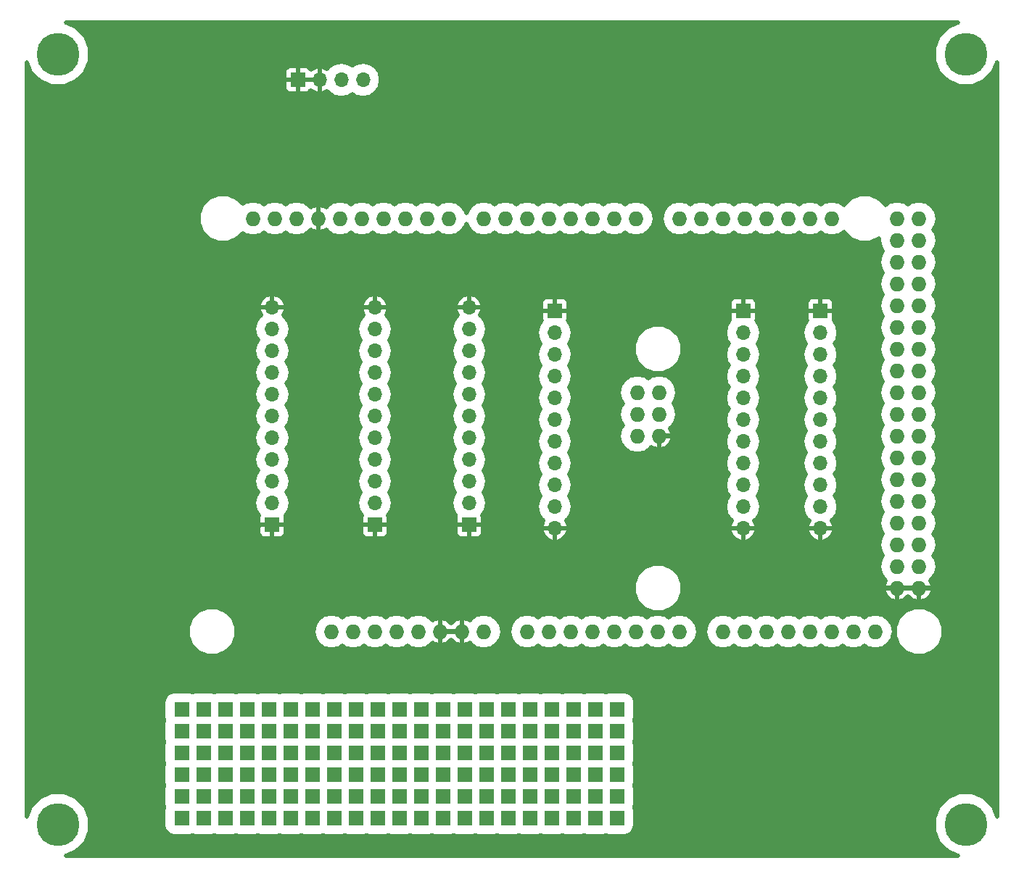
<source format=gbr>
G04 #@! TF.FileFunction,Copper,L2,Bot,Signal*
%FSLAX46Y46*%
G04 Gerber Fmt 4.6, Leading zero omitted, Abs format (unit mm)*
G04 Created by KiCad (PCBNEW 4.0.7) date Mon Jun 18 14:33:48 2018*
%MOMM*%
%LPD*%
G01*
G04 APERTURE LIST*
%ADD10C,0.100000*%
%ADD11R,1.700000X1.700000*%
%ADD12C,5.000000*%
%ADD13O,1.700000X1.700000*%
%ADD14O,1.727200X1.727200*%
%ADD15C,0.500000*%
G04 APERTURE END LIST*
D10*
D11*
X99060000Y-142240000D03*
X99060000Y-139700000D03*
X99060000Y-134620000D03*
X99060000Y-137160000D03*
X96520000Y-137160000D03*
X96520000Y-134620000D03*
X96520000Y-139700000D03*
X96520000Y-142240000D03*
X96520000Y-129540000D03*
X96520000Y-132080000D03*
X99060000Y-132080000D03*
X99060000Y-129540000D03*
X93980000Y-129540000D03*
X93980000Y-132080000D03*
X91440000Y-132080000D03*
X91440000Y-129540000D03*
X91440000Y-142240000D03*
X91440000Y-139700000D03*
X91440000Y-134620000D03*
X91440000Y-137160000D03*
X93980000Y-137160000D03*
X93980000Y-134620000D03*
X93980000Y-139700000D03*
X93980000Y-142240000D03*
X101600000Y-137160000D03*
X101600000Y-134620000D03*
X101600000Y-139700000D03*
X101600000Y-142240000D03*
X101600000Y-129540000D03*
X101600000Y-132080000D03*
X121920000Y-142240000D03*
X121920000Y-139700000D03*
X121920000Y-134620000D03*
X121920000Y-137160000D03*
X119380000Y-137160000D03*
X119380000Y-134620000D03*
X119380000Y-139700000D03*
X119380000Y-142240000D03*
X119380000Y-129540000D03*
X119380000Y-132080000D03*
X121920000Y-132080000D03*
X121920000Y-129540000D03*
X116840000Y-129540000D03*
X116840000Y-132080000D03*
X114300000Y-132080000D03*
X114300000Y-129540000D03*
X114300000Y-142240000D03*
X114300000Y-139700000D03*
X114300000Y-134620000D03*
X114300000Y-137160000D03*
X116840000Y-137160000D03*
X116840000Y-134620000D03*
X116840000Y-139700000D03*
X116840000Y-142240000D03*
X106680000Y-142240000D03*
X106680000Y-139700000D03*
X106680000Y-134620000D03*
X106680000Y-137160000D03*
X104140000Y-137160000D03*
X104140000Y-134620000D03*
X104140000Y-139700000D03*
X104140000Y-142240000D03*
X104140000Y-129540000D03*
X104140000Y-132080000D03*
X106680000Y-132080000D03*
X106680000Y-129540000D03*
X111760000Y-129540000D03*
X111760000Y-132080000D03*
X109220000Y-132080000D03*
X109220000Y-129540000D03*
X109220000Y-142240000D03*
X109220000Y-139700000D03*
X109220000Y-134620000D03*
X109220000Y-137160000D03*
X111760000Y-137160000D03*
X111760000Y-134620000D03*
X111760000Y-139700000D03*
X111760000Y-142240000D03*
X132080000Y-142240000D03*
X132080000Y-139700000D03*
X132080000Y-134620000D03*
X132080000Y-137160000D03*
X129540000Y-137160000D03*
X129540000Y-134620000D03*
X129540000Y-139700000D03*
X129540000Y-142240000D03*
X129540000Y-129540000D03*
X129540000Y-132080000D03*
X132080000Y-132080000D03*
X132080000Y-129540000D03*
X127000000Y-129540000D03*
X127000000Y-132080000D03*
X124460000Y-132080000D03*
X124460000Y-129540000D03*
X124460000Y-142240000D03*
X124460000Y-139700000D03*
X124460000Y-134620000D03*
X124460000Y-137160000D03*
X127000000Y-137160000D03*
X127000000Y-134620000D03*
X127000000Y-139700000D03*
X127000000Y-142240000D03*
X137160000Y-142240000D03*
X137160000Y-139700000D03*
X137160000Y-134620000D03*
X137160000Y-137160000D03*
X134620000Y-137160000D03*
X134620000Y-134620000D03*
X134620000Y-139700000D03*
X134620000Y-142240000D03*
X134620000Y-129540000D03*
X134620000Y-132080000D03*
X137160000Y-132080000D03*
X137160000Y-129540000D03*
X142240000Y-129540000D03*
X142240000Y-132080000D03*
X139700000Y-132080000D03*
X139700000Y-129540000D03*
X139700000Y-142240000D03*
X139700000Y-139700000D03*
X139700000Y-134620000D03*
X139700000Y-137160000D03*
X142240000Y-137160000D03*
X142240000Y-134620000D03*
X142240000Y-139700000D03*
X142240000Y-142240000D03*
D12*
X77000000Y-53000000D03*
X77000000Y-143000000D03*
X183000000Y-143000000D03*
X183000000Y-53000000D03*
D11*
X102000000Y-108000000D03*
D13*
X102000000Y-105460000D03*
X102000000Y-102920000D03*
X102000000Y-100380000D03*
X102000000Y-97840000D03*
X102000000Y-95300000D03*
X102000000Y-92760000D03*
X102000000Y-90220000D03*
X102000000Y-87680000D03*
X102000000Y-85140000D03*
X102000000Y-82600000D03*
D11*
X114000000Y-108000000D03*
D13*
X114000000Y-105460000D03*
X114000000Y-102920000D03*
X114000000Y-100380000D03*
X114000000Y-97840000D03*
X114000000Y-95300000D03*
X114000000Y-92760000D03*
X114000000Y-90220000D03*
X114000000Y-87680000D03*
X114000000Y-85140000D03*
X114000000Y-82600000D03*
D11*
X125000000Y-108000000D03*
D13*
X125000000Y-105460000D03*
X125000000Y-102920000D03*
X125000000Y-100380000D03*
X125000000Y-97840000D03*
X125000000Y-95300000D03*
X125000000Y-92760000D03*
X125000000Y-90220000D03*
X125000000Y-87680000D03*
X125000000Y-85140000D03*
X125000000Y-82600000D03*
D11*
X135000000Y-83000000D03*
D13*
X135000000Y-85540000D03*
X135000000Y-88080000D03*
X135000000Y-90620000D03*
X135000000Y-93160000D03*
X135000000Y-95700000D03*
X135000000Y-98240000D03*
X135000000Y-100780000D03*
X135000000Y-103320000D03*
X135000000Y-105860000D03*
X135000000Y-108400000D03*
D11*
X157000000Y-83000000D03*
D13*
X157000000Y-85540000D03*
X157000000Y-88080000D03*
X157000000Y-90620000D03*
X157000000Y-93160000D03*
X157000000Y-95700000D03*
X157000000Y-98240000D03*
X157000000Y-100780000D03*
X157000000Y-103320000D03*
X157000000Y-105860000D03*
X157000000Y-108400000D03*
D11*
X166000000Y-83000000D03*
D13*
X166000000Y-85540000D03*
X166000000Y-88080000D03*
X166000000Y-90620000D03*
X166000000Y-93160000D03*
X166000000Y-95700000D03*
X166000000Y-98240000D03*
X166000000Y-100780000D03*
X166000000Y-103320000D03*
X166000000Y-105860000D03*
X166000000Y-108400000D03*
D11*
X105000000Y-56000000D03*
D13*
X107540000Y-56000000D03*
X110080000Y-56000000D03*
X112620000Y-56000000D03*
D14*
X144627000Y-97600000D03*
X147167000Y-97600000D03*
X147167000Y-95060000D03*
X144627000Y-95060000D03*
X147167000Y-92520000D03*
X131800000Y-120460000D03*
X126720000Y-120460000D03*
X124180000Y-120460000D03*
X121640000Y-120460000D03*
X119100000Y-120460000D03*
X116560000Y-120460000D03*
X114020000Y-120460000D03*
X111480000Y-120460000D03*
X167360000Y-72200000D03*
X164820000Y-72200000D03*
X162280000Y-72200000D03*
X159740000Y-72200000D03*
X157200000Y-72200000D03*
X154660000Y-72200000D03*
X152120000Y-72200000D03*
X149580000Y-72200000D03*
X144500000Y-72200000D03*
X141960000Y-72200000D03*
X139420000Y-72200000D03*
X136880000Y-72200000D03*
X134340000Y-72200000D03*
X131800000Y-72200000D03*
X129260000Y-72200000D03*
X126720000Y-72200000D03*
X107416000Y-72200000D03*
X122656000Y-72200000D03*
X120116000Y-72200000D03*
X117576000Y-72200000D03*
X99796000Y-72200000D03*
X102336000Y-72200000D03*
X104876000Y-72200000D03*
X109956000Y-72200000D03*
X112496000Y-72200000D03*
X115036000Y-72200000D03*
X108940000Y-120460000D03*
X134340000Y-120460000D03*
X136880000Y-120460000D03*
X139420000Y-120460000D03*
X141960000Y-120460000D03*
X144500000Y-120460000D03*
X147040000Y-120460000D03*
X149580000Y-120460000D03*
X154660000Y-120460000D03*
X157200000Y-120460000D03*
X159740000Y-120460000D03*
X162280000Y-120460000D03*
X164820000Y-120460000D03*
X167360000Y-120460000D03*
X169900000Y-120460000D03*
X172440000Y-120460000D03*
X174980000Y-72200000D03*
X177520000Y-72200000D03*
X174980000Y-74740000D03*
X177520000Y-74740000D03*
X174980000Y-77280000D03*
X177520000Y-77280000D03*
X174980000Y-79820000D03*
X177520000Y-79820000D03*
X174980000Y-82360000D03*
X177520000Y-82360000D03*
X174980000Y-84900000D03*
X177520000Y-84900000D03*
X174980000Y-87440000D03*
X177520000Y-87440000D03*
X174980000Y-89980000D03*
X177520000Y-89980000D03*
X174980000Y-92520000D03*
X177520000Y-92520000D03*
X174980000Y-95060000D03*
X177520000Y-95060000D03*
X174980000Y-97600000D03*
X177520000Y-97600000D03*
X174980000Y-100140000D03*
X177520000Y-100140000D03*
X174980000Y-102680000D03*
X177520000Y-102680000D03*
X174980000Y-105220000D03*
X177520000Y-105220000D03*
X174980000Y-107760000D03*
X177520000Y-107760000D03*
X174980000Y-110300000D03*
X177520000Y-110300000D03*
X174980000Y-112840000D03*
X177520000Y-112840000D03*
X174980000Y-115380000D03*
X177520000Y-115380000D03*
X144627000Y-92520000D03*
D15*
G36*
X180878571Y-49819051D02*
X179822758Y-50873022D01*
X179250652Y-52250806D01*
X179249350Y-53742649D01*
X179819051Y-55121429D01*
X180873022Y-56177242D01*
X182250806Y-56749348D01*
X183742649Y-56750650D01*
X185121429Y-56180949D01*
X186177242Y-55126978D01*
X186675000Y-53928244D01*
X186675000Y-142074264D01*
X186180949Y-140878571D01*
X185126978Y-139822758D01*
X183749194Y-139250652D01*
X182257351Y-139249350D01*
X180878571Y-139819051D01*
X179822758Y-140873022D01*
X179250652Y-142250806D01*
X179249350Y-143742649D01*
X179819051Y-145121429D01*
X180873022Y-146177242D01*
X182071756Y-146675000D01*
X77925736Y-146675000D01*
X79121429Y-146180949D01*
X80177242Y-145126978D01*
X80749348Y-143749194D01*
X80750650Y-142257351D01*
X80180949Y-140878571D01*
X79126978Y-139822758D01*
X77749194Y-139250652D01*
X76257351Y-139249350D01*
X74878571Y-139819051D01*
X73822758Y-140873022D01*
X73325000Y-142071756D01*
X73325000Y-128690000D01*
X89315512Y-128690000D01*
X89315512Y-130390000D01*
X89397442Y-130825420D01*
X89315512Y-131230000D01*
X89315512Y-132930000D01*
X89397442Y-133365420D01*
X89315512Y-133770000D01*
X89315512Y-135470000D01*
X89397442Y-135905420D01*
X89315512Y-136310000D01*
X89315512Y-138010000D01*
X89397442Y-138445420D01*
X89315512Y-138850000D01*
X89315512Y-140550000D01*
X89397442Y-140985420D01*
X89315512Y-141390000D01*
X89315512Y-143090000D01*
X89402673Y-143553222D01*
X89676437Y-143978663D01*
X90094153Y-144264076D01*
X90590000Y-144364488D01*
X92290000Y-144364488D01*
X92725420Y-144282558D01*
X93130000Y-144364488D01*
X94830000Y-144364488D01*
X95265420Y-144282558D01*
X95670000Y-144364488D01*
X97370000Y-144364488D01*
X97805420Y-144282558D01*
X98210000Y-144364488D01*
X99910000Y-144364488D01*
X100345420Y-144282558D01*
X100750000Y-144364488D01*
X102450000Y-144364488D01*
X102885420Y-144282558D01*
X103290000Y-144364488D01*
X104990000Y-144364488D01*
X105425420Y-144282558D01*
X105830000Y-144364488D01*
X107530000Y-144364488D01*
X107965420Y-144282558D01*
X108370000Y-144364488D01*
X110070000Y-144364488D01*
X110505420Y-144282558D01*
X110910000Y-144364488D01*
X112610000Y-144364488D01*
X113045420Y-144282558D01*
X113450000Y-144364488D01*
X115150000Y-144364488D01*
X115585420Y-144282558D01*
X115990000Y-144364488D01*
X117690000Y-144364488D01*
X118125420Y-144282558D01*
X118530000Y-144364488D01*
X120230000Y-144364488D01*
X120665420Y-144282558D01*
X121070000Y-144364488D01*
X122770000Y-144364488D01*
X123205420Y-144282558D01*
X123610000Y-144364488D01*
X125310000Y-144364488D01*
X125745420Y-144282558D01*
X126150000Y-144364488D01*
X127850000Y-144364488D01*
X128285420Y-144282558D01*
X128690000Y-144364488D01*
X130390000Y-144364488D01*
X130825420Y-144282558D01*
X131230000Y-144364488D01*
X132930000Y-144364488D01*
X133365420Y-144282558D01*
X133770000Y-144364488D01*
X135470000Y-144364488D01*
X135905420Y-144282558D01*
X136310000Y-144364488D01*
X138010000Y-144364488D01*
X138445420Y-144282558D01*
X138850000Y-144364488D01*
X140550000Y-144364488D01*
X140985420Y-144282558D01*
X141390000Y-144364488D01*
X143090000Y-144364488D01*
X143553222Y-144277327D01*
X143978663Y-144003563D01*
X144264076Y-143585847D01*
X144364488Y-143090000D01*
X144364488Y-141390000D01*
X144282558Y-140954580D01*
X144364488Y-140550000D01*
X144364488Y-138850000D01*
X144282558Y-138414580D01*
X144364488Y-138010000D01*
X144364488Y-136310000D01*
X144282558Y-135874580D01*
X144364488Y-135470000D01*
X144364488Y-133770000D01*
X144282558Y-133334580D01*
X144364488Y-132930000D01*
X144364488Y-131230000D01*
X144282558Y-130794580D01*
X144364488Y-130390000D01*
X144364488Y-128690000D01*
X144277327Y-128226778D01*
X144003563Y-127801337D01*
X143585847Y-127515924D01*
X143090000Y-127415512D01*
X141390000Y-127415512D01*
X140954580Y-127497442D01*
X140550000Y-127415512D01*
X138850000Y-127415512D01*
X138414580Y-127497442D01*
X138010000Y-127415512D01*
X136310000Y-127415512D01*
X135874580Y-127497442D01*
X135470000Y-127415512D01*
X133770000Y-127415512D01*
X133334580Y-127497442D01*
X132930000Y-127415512D01*
X131230000Y-127415512D01*
X130794580Y-127497442D01*
X130390000Y-127415512D01*
X128690000Y-127415512D01*
X128254580Y-127497442D01*
X127850000Y-127415512D01*
X126150000Y-127415512D01*
X125714580Y-127497442D01*
X125310000Y-127415512D01*
X123610000Y-127415512D01*
X123174580Y-127497442D01*
X122770000Y-127415512D01*
X121070000Y-127415512D01*
X120634580Y-127497442D01*
X120230000Y-127415512D01*
X118530000Y-127415512D01*
X118094580Y-127497442D01*
X117690000Y-127415512D01*
X115990000Y-127415512D01*
X115554580Y-127497442D01*
X115150000Y-127415512D01*
X113450000Y-127415512D01*
X113014580Y-127497442D01*
X112610000Y-127415512D01*
X110910000Y-127415512D01*
X110474580Y-127497442D01*
X110070000Y-127415512D01*
X108370000Y-127415512D01*
X107934580Y-127497442D01*
X107530000Y-127415512D01*
X105830000Y-127415512D01*
X105394580Y-127497442D01*
X104990000Y-127415512D01*
X103290000Y-127415512D01*
X102854580Y-127497442D01*
X102450000Y-127415512D01*
X100750000Y-127415512D01*
X100314580Y-127497442D01*
X99910000Y-127415512D01*
X98210000Y-127415512D01*
X97774580Y-127497442D01*
X97370000Y-127415512D01*
X95670000Y-127415512D01*
X95234580Y-127497442D01*
X94830000Y-127415512D01*
X93130000Y-127415512D01*
X92694580Y-127497442D01*
X92290000Y-127415512D01*
X90590000Y-127415512D01*
X90126778Y-127502673D01*
X89701337Y-127776437D01*
X89415924Y-128194153D01*
X89315512Y-128690000D01*
X73325000Y-128690000D01*
X73325000Y-121024413D01*
X92119506Y-121024413D01*
X92552479Y-122072286D01*
X93353497Y-122874704D01*
X94400613Y-123309504D01*
X95534413Y-123310494D01*
X96582286Y-122877521D01*
X97384704Y-122076503D01*
X97819504Y-121029387D01*
X97820001Y-120460000D01*
X106784992Y-120460000D01*
X106945880Y-121268840D01*
X107404051Y-121954541D01*
X108089752Y-122412712D01*
X108898592Y-122573600D01*
X108981408Y-122573600D01*
X109790248Y-122412712D01*
X110210000Y-122132243D01*
X110629752Y-122412712D01*
X111438592Y-122573600D01*
X111521408Y-122573600D01*
X112330248Y-122412712D01*
X112750000Y-122132243D01*
X113169752Y-122412712D01*
X113978592Y-122573600D01*
X114061408Y-122573600D01*
X114870248Y-122412712D01*
X115290000Y-122132243D01*
X115709752Y-122412712D01*
X116518592Y-122573600D01*
X116601408Y-122573600D01*
X117410248Y-122412712D01*
X117830000Y-122132243D01*
X118249752Y-122412712D01*
X119058592Y-122573600D01*
X119141408Y-122573600D01*
X119950248Y-122412712D01*
X120635949Y-121954541D01*
X120741681Y-121796302D01*
X120789308Y-121840547D01*
X121382376Y-122061005D01*
X121636000Y-121892095D01*
X121636000Y-120464000D01*
X121644000Y-120464000D01*
X121644000Y-121892095D01*
X121897624Y-122061005D01*
X122490692Y-121840547D01*
X122910000Y-121451019D01*
X123329308Y-121840547D01*
X123922376Y-122061005D01*
X124176000Y-121892095D01*
X124176000Y-120464000D01*
X121644000Y-120464000D01*
X121636000Y-120464000D01*
X121616000Y-120464000D01*
X121616000Y-120456000D01*
X121636000Y-120456000D01*
X121636000Y-119027905D01*
X121644000Y-119027905D01*
X121644000Y-120456000D01*
X124176000Y-120456000D01*
X124176000Y-119027905D01*
X124184000Y-119027905D01*
X124184000Y-120456000D01*
X124204000Y-120456000D01*
X124204000Y-120464000D01*
X124184000Y-120464000D01*
X124184000Y-121892095D01*
X124437624Y-122061005D01*
X125030692Y-121840547D01*
X125078319Y-121796302D01*
X125184051Y-121954541D01*
X125869752Y-122412712D01*
X126678592Y-122573600D01*
X126761408Y-122573600D01*
X127570248Y-122412712D01*
X128255949Y-121954541D01*
X128714120Y-121268840D01*
X128875008Y-120460000D01*
X129644992Y-120460000D01*
X129805880Y-121268840D01*
X130264051Y-121954541D01*
X130949752Y-122412712D01*
X131758592Y-122573600D01*
X131841408Y-122573600D01*
X132650248Y-122412712D01*
X133070000Y-122132243D01*
X133489752Y-122412712D01*
X134298592Y-122573600D01*
X134381408Y-122573600D01*
X135190248Y-122412712D01*
X135610000Y-122132243D01*
X136029752Y-122412712D01*
X136838592Y-122573600D01*
X136921408Y-122573600D01*
X137730248Y-122412712D01*
X138150000Y-122132243D01*
X138569752Y-122412712D01*
X139378592Y-122573600D01*
X139461408Y-122573600D01*
X140270248Y-122412712D01*
X140690000Y-122132243D01*
X141109752Y-122412712D01*
X141918592Y-122573600D01*
X142001408Y-122573600D01*
X142810248Y-122412712D01*
X143230000Y-122132243D01*
X143649752Y-122412712D01*
X144458592Y-122573600D01*
X144541408Y-122573600D01*
X145350248Y-122412712D01*
X145770000Y-122132243D01*
X146189752Y-122412712D01*
X146998592Y-122573600D01*
X147081408Y-122573600D01*
X147890248Y-122412712D01*
X148310000Y-122132243D01*
X148729752Y-122412712D01*
X149538592Y-122573600D01*
X149621408Y-122573600D01*
X150430248Y-122412712D01*
X151115949Y-121954541D01*
X151574120Y-121268840D01*
X151735008Y-120460000D01*
X152504992Y-120460000D01*
X152665880Y-121268840D01*
X153124051Y-121954541D01*
X153809752Y-122412712D01*
X154618592Y-122573600D01*
X154701408Y-122573600D01*
X155510248Y-122412712D01*
X155930000Y-122132243D01*
X156349752Y-122412712D01*
X157158592Y-122573600D01*
X157241408Y-122573600D01*
X158050248Y-122412712D01*
X158470000Y-122132243D01*
X158889752Y-122412712D01*
X159698592Y-122573600D01*
X159781408Y-122573600D01*
X160590248Y-122412712D01*
X161010000Y-122132243D01*
X161429752Y-122412712D01*
X162238592Y-122573600D01*
X162321408Y-122573600D01*
X163130248Y-122412712D01*
X163550000Y-122132243D01*
X163969752Y-122412712D01*
X164778592Y-122573600D01*
X164861408Y-122573600D01*
X165670248Y-122412712D01*
X166090000Y-122132243D01*
X166509752Y-122412712D01*
X167318592Y-122573600D01*
X167401408Y-122573600D01*
X168210248Y-122412712D01*
X168630000Y-122132243D01*
X169049752Y-122412712D01*
X169858592Y-122573600D01*
X169941408Y-122573600D01*
X170750248Y-122412712D01*
X171170000Y-122132243D01*
X171589752Y-122412712D01*
X172398592Y-122573600D01*
X172481408Y-122573600D01*
X173290248Y-122412712D01*
X173975949Y-121954541D01*
X174434120Y-121268840D01*
X174482739Y-121024413D01*
X174669506Y-121024413D01*
X175102479Y-122072286D01*
X175903497Y-122874704D01*
X176950613Y-123309504D01*
X178084413Y-123310494D01*
X179132286Y-122877521D01*
X179934704Y-122076503D01*
X180369504Y-121029387D01*
X180370494Y-119895587D01*
X179937521Y-118847714D01*
X179136503Y-118045296D01*
X178089387Y-117610496D01*
X176955587Y-117609506D01*
X175907714Y-118042479D01*
X175105296Y-118843497D01*
X174670496Y-119890613D01*
X174669506Y-121024413D01*
X174482739Y-121024413D01*
X174595008Y-120460000D01*
X174434120Y-119651160D01*
X173975949Y-118965459D01*
X173290248Y-118507288D01*
X172481408Y-118346400D01*
X172398592Y-118346400D01*
X171589752Y-118507288D01*
X171170000Y-118787757D01*
X170750248Y-118507288D01*
X169941408Y-118346400D01*
X169858592Y-118346400D01*
X169049752Y-118507288D01*
X168630000Y-118787757D01*
X168210248Y-118507288D01*
X167401408Y-118346400D01*
X167318592Y-118346400D01*
X166509752Y-118507288D01*
X166090000Y-118787757D01*
X165670248Y-118507288D01*
X164861408Y-118346400D01*
X164778592Y-118346400D01*
X163969752Y-118507288D01*
X163550000Y-118787757D01*
X163130248Y-118507288D01*
X162321408Y-118346400D01*
X162238592Y-118346400D01*
X161429752Y-118507288D01*
X161010000Y-118787757D01*
X160590248Y-118507288D01*
X159781408Y-118346400D01*
X159698592Y-118346400D01*
X158889752Y-118507288D01*
X158470000Y-118787757D01*
X158050248Y-118507288D01*
X157241408Y-118346400D01*
X157158592Y-118346400D01*
X156349752Y-118507288D01*
X155930000Y-118787757D01*
X155510248Y-118507288D01*
X154701408Y-118346400D01*
X154618592Y-118346400D01*
X153809752Y-118507288D01*
X153124051Y-118965459D01*
X152665880Y-119651160D01*
X152504992Y-120460000D01*
X151735008Y-120460000D01*
X151574120Y-119651160D01*
X151115949Y-118965459D01*
X150430248Y-118507288D01*
X149621408Y-118346400D01*
X149538592Y-118346400D01*
X148729752Y-118507288D01*
X148310000Y-118787757D01*
X147890248Y-118507288D01*
X147081408Y-118346400D01*
X146998592Y-118346400D01*
X146189752Y-118507288D01*
X145770000Y-118787757D01*
X145350248Y-118507288D01*
X144541408Y-118346400D01*
X144458592Y-118346400D01*
X143649752Y-118507288D01*
X143230000Y-118787757D01*
X142810248Y-118507288D01*
X142001408Y-118346400D01*
X141918592Y-118346400D01*
X141109752Y-118507288D01*
X140690000Y-118787757D01*
X140270248Y-118507288D01*
X139461408Y-118346400D01*
X139378592Y-118346400D01*
X138569752Y-118507288D01*
X138150000Y-118787757D01*
X137730248Y-118507288D01*
X136921408Y-118346400D01*
X136838592Y-118346400D01*
X136029752Y-118507288D01*
X135610000Y-118787757D01*
X135190248Y-118507288D01*
X134381408Y-118346400D01*
X134298592Y-118346400D01*
X133489752Y-118507288D01*
X133070000Y-118787757D01*
X132650248Y-118507288D01*
X131841408Y-118346400D01*
X131758592Y-118346400D01*
X130949752Y-118507288D01*
X130264051Y-118965459D01*
X129805880Y-119651160D01*
X129644992Y-120460000D01*
X128875008Y-120460000D01*
X128714120Y-119651160D01*
X128255949Y-118965459D01*
X127570248Y-118507288D01*
X126761408Y-118346400D01*
X126678592Y-118346400D01*
X125869752Y-118507288D01*
X125184051Y-118965459D01*
X125078319Y-119123698D01*
X125030692Y-119079453D01*
X124437624Y-118858995D01*
X124184000Y-119027905D01*
X124176000Y-119027905D01*
X123922376Y-118858995D01*
X123329308Y-119079453D01*
X122910000Y-119468981D01*
X122490692Y-119079453D01*
X121897624Y-118858995D01*
X121644000Y-119027905D01*
X121636000Y-119027905D01*
X121382376Y-118858995D01*
X120789308Y-119079453D01*
X120741681Y-119123698D01*
X120635949Y-118965459D01*
X119950248Y-118507288D01*
X119141408Y-118346400D01*
X119058592Y-118346400D01*
X118249752Y-118507288D01*
X117830000Y-118787757D01*
X117410248Y-118507288D01*
X116601408Y-118346400D01*
X116518592Y-118346400D01*
X115709752Y-118507288D01*
X115290000Y-118787757D01*
X114870248Y-118507288D01*
X114061408Y-118346400D01*
X113978592Y-118346400D01*
X113169752Y-118507288D01*
X112750000Y-118787757D01*
X112330248Y-118507288D01*
X111521408Y-118346400D01*
X111438592Y-118346400D01*
X110629752Y-118507288D01*
X110210000Y-118787757D01*
X109790248Y-118507288D01*
X108981408Y-118346400D01*
X108898592Y-118346400D01*
X108089752Y-118507288D01*
X107404051Y-118965459D01*
X106945880Y-119651160D01*
X106784992Y-120460000D01*
X97820001Y-120460000D01*
X97820494Y-119895587D01*
X97387521Y-118847714D01*
X96586503Y-118045296D01*
X95539387Y-117610496D01*
X94405587Y-117609506D01*
X93357714Y-118042479D01*
X92555296Y-118843497D01*
X92120496Y-119890613D01*
X92119506Y-121024413D01*
X73325000Y-121024413D01*
X73325000Y-115944413D01*
X144189506Y-115944413D01*
X144622479Y-116992286D01*
X145423497Y-117794704D01*
X146470613Y-118229504D01*
X147604413Y-118230494D01*
X148652286Y-117797521D01*
X149454704Y-116996503D01*
X149889504Y-115949387D01*
X149889776Y-115637624D01*
X173378995Y-115637624D01*
X173402276Y-115754664D01*
X173665751Y-116329913D01*
X174129308Y-116760547D01*
X174722376Y-116981005D01*
X174976000Y-116812095D01*
X174976000Y-115384000D01*
X174984000Y-115384000D01*
X174984000Y-116812095D01*
X175237624Y-116981005D01*
X175830692Y-116760547D01*
X176250000Y-116371019D01*
X176669308Y-116760547D01*
X177262376Y-116981005D01*
X177516000Y-116812095D01*
X177516000Y-115384000D01*
X177524000Y-115384000D01*
X177524000Y-116812095D01*
X177777624Y-116981005D01*
X178370692Y-116760547D01*
X178834249Y-116329913D01*
X179097724Y-115754664D01*
X179121005Y-115637624D01*
X178952094Y-115384000D01*
X177524000Y-115384000D01*
X177516000Y-115384000D01*
X174984000Y-115384000D01*
X174976000Y-115384000D01*
X173547906Y-115384000D01*
X173378995Y-115637624D01*
X149889776Y-115637624D01*
X149890494Y-114815587D01*
X149457521Y-113767714D01*
X148656503Y-112965296D01*
X147609387Y-112530496D01*
X146475587Y-112529506D01*
X145427714Y-112962479D01*
X144625296Y-113763497D01*
X144190496Y-114810613D01*
X144189506Y-115944413D01*
X73325000Y-115944413D01*
X73325000Y-108193500D01*
X100392000Y-108193500D01*
X100392000Y-109000775D01*
X100507398Y-109279372D01*
X100720627Y-109492601D01*
X100999224Y-109608000D01*
X101806500Y-109608000D01*
X101996000Y-109418500D01*
X101996000Y-108004000D01*
X102004000Y-108004000D01*
X102004000Y-109418500D01*
X102193500Y-109608000D01*
X103000776Y-109608000D01*
X103279373Y-109492601D01*
X103492602Y-109279372D01*
X103608000Y-109000775D01*
X103608000Y-108193500D01*
X112392000Y-108193500D01*
X112392000Y-109000775D01*
X112507398Y-109279372D01*
X112720627Y-109492601D01*
X112999224Y-109608000D01*
X113806500Y-109608000D01*
X113996000Y-109418500D01*
X113996000Y-108004000D01*
X114004000Y-108004000D01*
X114004000Y-109418500D01*
X114193500Y-109608000D01*
X115000776Y-109608000D01*
X115279373Y-109492601D01*
X115492602Y-109279372D01*
X115608000Y-109000775D01*
X115608000Y-108193500D01*
X123392000Y-108193500D01*
X123392000Y-109000775D01*
X123507398Y-109279372D01*
X123720627Y-109492601D01*
X123999224Y-109608000D01*
X124806500Y-109608000D01*
X124996000Y-109418500D01*
X124996000Y-108004000D01*
X125004000Y-108004000D01*
X125004000Y-109418500D01*
X125193500Y-109608000D01*
X126000776Y-109608000D01*
X126279373Y-109492601D01*
X126492602Y-109279372D01*
X126608000Y-109000775D01*
X126608000Y-108655497D01*
X133412428Y-108655497D01*
X133435500Y-108771489D01*
X133696753Y-109341919D01*
X134156414Y-109768951D01*
X134744503Y-109987572D01*
X134996000Y-109818495D01*
X134996000Y-108404000D01*
X135004000Y-108404000D01*
X135004000Y-109818495D01*
X135255497Y-109987572D01*
X135843586Y-109768951D01*
X136303247Y-109341919D01*
X136564500Y-108771489D01*
X136587572Y-108655497D01*
X155412428Y-108655497D01*
X155435500Y-108771489D01*
X155696753Y-109341919D01*
X156156414Y-109768951D01*
X156744503Y-109987572D01*
X156996000Y-109818495D01*
X156996000Y-108404000D01*
X157004000Y-108404000D01*
X157004000Y-109818495D01*
X157255497Y-109987572D01*
X157843586Y-109768951D01*
X158303247Y-109341919D01*
X158564500Y-108771489D01*
X158587572Y-108655497D01*
X164412428Y-108655497D01*
X164435500Y-108771489D01*
X164696753Y-109341919D01*
X165156414Y-109768951D01*
X165744503Y-109987572D01*
X165996000Y-109818495D01*
X165996000Y-108404000D01*
X166004000Y-108404000D01*
X166004000Y-109818495D01*
X166255497Y-109987572D01*
X166843586Y-109768951D01*
X167303247Y-109341919D01*
X167564500Y-108771489D01*
X167587572Y-108655497D01*
X167418494Y-108404000D01*
X166004000Y-108404000D01*
X165996000Y-108404000D01*
X164581506Y-108404000D01*
X164412428Y-108655497D01*
X158587572Y-108655497D01*
X158418494Y-108404000D01*
X157004000Y-108404000D01*
X156996000Y-108404000D01*
X155581506Y-108404000D01*
X155412428Y-108655497D01*
X136587572Y-108655497D01*
X136418494Y-108404000D01*
X135004000Y-108404000D01*
X134996000Y-108404000D01*
X133581506Y-108404000D01*
X133412428Y-108655497D01*
X126608000Y-108655497D01*
X126608000Y-108193500D01*
X126418500Y-108004000D01*
X125004000Y-108004000D01*
X124996000Y-108004000D01*
X123581500Y-108004000D01*
X123392000Y-108193500D01*
X115608000Y-108193500D01*
X115418500Y-108004000D01*
X114004000Y-108004000D01*
X113996000Y-108004000D01*
X112581500Y-108004000D01*
X112392000Y-108193500D01*
X103608000Y-108193500D01*
X103418500Y-108004000D01*
X102004000Y-108004000D01*
X101996000Y-108004000D01*
X100581500Y-108004000D01*
X100392000Y-108193500D01*
X73325000Y-108193500D01*
X73325000Y-85140000D01*
X99858859Y-85140000D01*
X100018712Y-85943635D01*
X100330327Y-86410000D01*
X100018712Y-86876365D01*
X99858859Y-87680000D01*
X100018712Y-88483635D01*
X100330327Y-88950000D01*
X100018712Y-89416365D01*
X99858859Y-90220000D01*
X100018712Y-91023635D01*
X100330327Y-91490000D01*
X100018712Y-91956365D01*
X99858859Y-92760000D01*
X100018712Y-93563635D01*
X100330327Y-94030000D01*
X100018712Y-94496365D01*
X99858859Y-95300000D01*
X100018712Y-96103635D01*
X100330327Y-96570000D01*
X100018712Y-97036365D01*
X99858859Y-97840000D01*
X100018712Y-98643635D01*
X100330327Y-99110000D01*
X100018712Y-99576365D01*
X99858859Y-100380000D01*
X100018712Y-101183635D01*
X100330327Y-101650000D01*
X100018712Y-102116365D01*
X99858859Y-102920000D01*
X100018712Y-103723635D01*
X100330327Y-104190000D01*
X100018712Y-104656365D01*
X99858859Y-105460000D01*
X100018712Y-106263635D01*
X100437240Y-106890006D01*
X100392000Y-106999225D01*
X100392000Y-107806500D01*
X100581500Y-107996000D01*
X101996000Y-107996000D01*
X101996000Y-107976000D01*
X102004000Y-107976000D01*
X102004000Y-107996000D01*
X103418500Y-107996000D01*
X103608000Y-107806500D01*
X103608000Y-106999225D01*
X103562760Y-106890006D01*
X103981288Y-106263635D01*
X104141141Y-105460000D01*
X103981288Y-104656365D01*
X103669673Y-104190000D01*
X103981288Y-103723635D01*
X104141141Y-102920000D01*
X103981288Y-102116365D01*
X103669673Y-101650000D01*
X103981288Y-101183635D01*
X104141141Y-100380000D01*
X103981288Y-99576365D01*
X103669673Y-99110000D01*
X103981288Y-98643635D01*
X104141141Y-97840000D01*
X103981288Y-97036365D01*
X103669673Y-96570000D01*
X103981288Y-96103635D01*
X104141141Y-95300000D01*
X103981288Y-94496365D01*
X103669673Y-94030000D01*
X103981288Y-93563635D01*
X104141141Y-92760000D01*
X103981288Y-91956365D01*
X103669673Y-91490000D01*
X103981288Y-91023635D01*
X104141141Y-90220000D01*
X103981288Y-89416365D01*
X103669673Y-88950000D01*
X103981288Y-88483635D01*
X104141141Y-87680000D01*
X103981288Y-86876365D01*
X103669673Y-86410000D01*
X103981288Y-85943635D01*
X104141141Y-85140000D01*
X111858859Y-85140000D01*
X112018712Y-85943635D01*
X112330327Y-86410000D01*
X112018712Y-86876365D01*
X111858859Y-87680000D01*
X112018712Y-88483635D01*
X112330327Y-88950000D01*
X112018712Y-89416365D01*
X111858859Y-90220000D01*
X112018712Y-91023635D01*
X112330327Y-91490000D01*
X112018712Y-91956365D01*
X111858859Y-92760000D01*
X112018712Y-93563635D01*
X112330327Y-94030000D01*
X112018712Y-94496365D01*
X111858859Y-95300000D01*
X112018712Y-96103635D01*
X112330327Y-96570000D01*
X112018712Y-97036365D01*
X111858859Y-97840000D01*
X112018712Y-98643635D01*
X112330327Y-99110000D01*
X112018712Y-99576365D01*
X111858859Y-100380000D01*
X112018712Y-101183635D01*
X112330327Y-101650000D01*
X112018712Y-102116365D01*
X111858859Y-102920000D01*
X112018712Y-103723635D01*
X112330327Y-104190000D01*
X112018712Y-104656365D01*
X111858859Y-105460000D01*
X112018712Y-106263635D01*
X112437240Y-106890006D01*
X112392000Y-106999225D01*
X112392000Y-107806500D01*
X112581500Y-107996000D01*
X113996000Y-107996000D01*
X113996000Y-107976000D01*
X114004000Y-107976000D01*
X114004000Y-107996000D01*
X115418500Y-107996000D01*
X115608000Y-107806500D01*
X115608000Y-106999225D01*
X115562760Y-106890006D01*
X115981288Y-106263635D01*
X116141141Y-105460000D01*
X115981288Y-104656365D01*
X115669673Y-104190000D01*
X115981288Y-103723635D01*
X116141141Y-102920000D01*
X115981288Y-102116365D01*
X115669673Y-101650000D01*
X115981288Y-101183635D01*
X116141141Y-100380000D01*
X115981288Y-99576365D01*
X115669673Y-99110000D01*
X115981288Y-98643635D01*
X116141141Y-97840000D01*
X115981288Y-97036365D01*
X115669673Y-96570000D01*
X115981288Y-96103635D01*
X116141141Y-95300000D01*
X115981288Y-94496365D01*
X115669673Y-94030000D01*
X115981288Y-93563635D01*
X116141141Y-92760000D01*
X115981288Y-91956365D01*
X115669673Y-91490000D01*
X115981288Y-91023635D01*
X116141141Y-90220000D01*
X115981288Y-89416365D01*
X115669673Y-88950000D01*
X115981288Y-88483635D01*
X116141141Y-87680000D01*
X115981288Y-86876365D01*
X115669673Y-86410000D01*
X115981288Y-85943635D01*
X116141141Y-85140000D01*
X122858859Y-85140000D01*
X123018712Y-85943635D01*
X123330327Y-86410000D01*
X123018712Y-86876365D01*
X122858859Y-87680000D01*
X123018712Y-88483635D01*
X123330327Y-88950000D01*
X123018712Y-89416365D01*
X122858859Y-90220000D01*
X123018712Y-91023635D01*
X123330327Y-91490000D01*
X123018712Y-91956365D01*
X122858859Y-92760000D01*
X123018712Y-93563635D01*
X123330327Y-94030000D01*
X123018712Y-94496365D01*
X122858859Y-95300000D01*
X123018712Y-96103635D01*
X123330327Y-96570000D01*
X123018712Y-97036365D01*
X122858859Y-97840000D01*
X123018712Y-98643635D01*
X123330327Y-99110000D01*
X123018712Y-99576365D01*
X122858859Y-100380000D01*
X123018712Y-101183635D01*
X123330327Y-101650000D01*
X123018712Y-102116365D01*
X122858859Y-102920000D01*
X123018712Y-103723635D01*
X123330327Y-104190000D01*
X123018712Y-104656365D01*
X122858859Y-105460000D01*
X123018712Y-106263635D01*
X123437240Y-106890006D01*
X123392000Y-106999225D01*
X123392000Y-107806500D01*
X123581500Y-107996000D01*
X124996000Y-107996000D01*
X124996000Y-107976000D01*
X125004000Y-107976000D01*
X125004000Y-107996000D01*
X126418500Y-107996000D01*
X126608000Y-107806500D01*
X126608000Y-106999225D01*
X126562760Y-106890006D01*
X126981288Y-106263635D01*
X127141141Y-105460000D01*
X126981288Y-104656365D01*
X126669673Y-104190000D01*
X126981288Y-103723635D01*
X127141141Y-102920000D01*
X126981288Y-102116365D01*
X126669673Y-101650000D01*
X126981288Y-101183635D01*
X127141141Y-100380000D01*
X126981288Y-99576365D01*
X126669673Y-99110000D01*
X126981288Y-98643635D01*
X127141141Y-97840000D01*
X126981288Y-97036365D01*
X126669673Y-96570000D01*
X126981288Y-96103635D01*
X127141141Y-95300000D01*
X126981288Y-94496365D01*
X126669673Y-94030000D01*
X126981288Y-93563635D01*
X127141141Y-92760000D01*
X126981288Y-91956365D01*
X126669673Y-91490000D01*
X126981288Y-91023635D01*
X127141141Y-90220000D01*
X126981288Y-89416365D01*
X126669673Y-88950000D01*
X126981288Y-88483635D01*
X127141141Y-87680000D01*
X126981288Y-86876365D01*
X126669673Y-86410000D01*
X126981288Y-85943635D01*
X127061576Y-85540000D01*
X132858859Y-85540000D01*
X133018712Y-86343635D01*
X133330327Y-86810000D01*
X133018712Y-87276365D01*
X132858859Y-88080000D01*
X133018712Y-88883635D01*
X133330327Y-89350000D01*
X133018712Y-89816365D01*
X132858859Y-90620000D01*
X133018712Y-91423635D01*
X133330327Y-91890000D01*
X133018712Y-92356365D01*
X132858859Y-93160000D01*
X133018712Y-93963635D01*
X133330327Y-94430000D01*
X133018712Y-94896365D01*
X132858859Y-95700000D01*
X133018712Y-96503635D01*
X133330327Y-96970000D01*
X133018712Y-97436365D01*
X132858859Y-98240000D01*
X133018712Y-99043635D01*
X133330327Y-99510000D01*
X133018712Y-99976365D01*
X132858859Y-100780000D01*
X133018712Y-101583635D01*
X133330327Y-102050000D01*
X133018712Y-102516365D01*
X132858859Y-103320000D01*
X133018712Y-104123635D01*
X133330327Y-104590000D01*
X133018712Y-105056365D01*
X132858859Y-105860000D01*
X133018712Y-106663635D01*
X133473935Y-107344924D01*
X133684225Y-107485435D01*
X133435500Y-108028511D01*
X133412428Y-108144503D01*
X133581506Y-108396000D01*
X134996000Y-108396000D01*
X134996000Y-108376000D01*
X135004000Y-108376000D01*
X135004000Y-108396000D01*
X136418494Y-108396000D01*
X136587572Y-108144503D01*
X136564500Y-108028511D01*
X136315775Y-107485435D01*
X136526065Y-107344924D01*
X136981288Y-106663635D01*
X137141141Y-105860000D01*
X136981288Y-105056365D01*
X136669673Y-104590000D01*
X136981288Y-104123635D01*
X137141141Y-103320000D01*
X136981288Y-102516365D01*
X136669673Y-102050000D01*
X136981288Y-101583635D01*
X137141141Y-100780000D01*
X136981288Y-99976365D01*
X136669673Y-99510000D01*
X136981288Y-99043635D01*
X137141141Y-98240000D01*
X136981288Y-97436365D01*
X136669673Y-96970000D01*
X136981288Y-96503635D01*
X137141141Y-95700000D01*
X136981288Y-94896365D01*
X136669673Y-94430000D01*
X136981288Y-93963635D01*
X137141141Y-93160000D01*
X137013838Y-92520000D01*
X142471992Y-92520000D01*
X142632880Y-93328840D01*
X142941017Y-93790000D01*
X142632880Y-94251160D01*
X142471992Y-95060000D01*
X142632880Y-95868840D01*
X142941017Y-96330000D01*
X142632880Y-96791160D01*
X142471992Y-97600000D01*
X142632880Y-98408840D01*
X143091051Y-99094541D01*
X143776752Y-99552712D01*
X144585592Y-99713600D01*
X144668408Y-99713600D01*
X145477248Y-99552712D01*
X146162949Y-99094541D01*
X146268681Y-98936302D01*
X146316308Y-98980547D01*
X146909376Y-99201005D01*
X147163000Y-99032095D01*
X147163000Y-97604000D01*
X147171000Y-97604000D01*
X147171000Y-99032095D01*
X147424624Y-99201005D01*
X148017692Y-98980547D01*
X148481249Y-98549913D01*
X148744724Y-97974664D01*
X148768005Y-97857624D01*
X148599094Y-97604000D01*
X147171000Y-97604000D01*
X147163000Y-97604000D01*
X147143000Y-97604000D01*
X147143000Y-97596000D01*
X147163000Y-97596000D01*
X147163000Y-97576000D01*
X147171000Y-97576000D01*
X147171000Y-97596000D01*
X148599094Y-97596000D01*
X148768005Y-97342376D01*
X148744724Y-97225336D01*
X148499692Y-96690353D01*
X148702949Y-96554541D01*
X149161120Y-95868840D01*
X149322008Y-95060000D01*
X149161120Y-94251160D01*
X148852983Y-93790000D01*
X149161120Y-93328840D01*
X149322008Y-92520000D01*
X149161120Y-91711160D01*
X148702949Y-91025459D01*
X148017248Y-90567288D01*
X147208408Y-90406400D01*
X147125592Y-90406400D01*
X146316752Y-90567288D01*
X145897000Y-90847757D01*
X145477248Y-90567288D01*
X144668408Y-90406400D01*
X144585592Y-90406400D01*
X143776752Y-90567288D01*
X143091051Y-91025459D01*
X142632880Y-91711160D01*
X142471992Y-92520000D01*
X137013838Y-92520000D01*
X136981288Y-92356365D01*
X136669673Y-91890000D01*
X136981288Y-91423635D01*
X137141141Y-90620000D01*
X136981288Y-89816365D01*
X136669673Y-89350000D01*
X136981288Y-88883635D01*
X137141141Y-88080000D01*
X137126106Y-88004413D01*
X144189506Y-88004413D01*
X144622479Y-89052286D01*
X145423497Y-89854704D01*
X146470613Y-90289504D01*
X147604413Y-90290494D01*
X148652286Y-89857521D01*
X149454704Y-89056503D01*
X149889504Y-88009387D01*
X149890494Y-86875587D01*
X149457521Y-85827714D01*
X149170309Y-85540000D01*
X154858859Y-85540000D01*
X155018712Y-86343635D01*
X155330327Y-86810000D01*
X155018712Y-87276365D01*
X154858859Y-88080000D01*
X155018712Y-88883635D01*
X155330327Y-89350000D01*
X155018712Y-89816365D01*
X154858859Y-90620000D01*
X155018712Y-91423635D01*
X155330327Y-91890000D01*
X155018712Y-92356365D01*
X154858859Y-93160000D01*
X155018712Y-93963635D01*
X155330327Y-94430000D01*
X155018712Y-94896365D01*
X154858859Y-95700000D01*
X155018712Y-96503635D01*
X155330327Y-96970000D01*
X155018712Y-97436365D01*
X154858859Y-98240000D01*
X155018712Y-99043635D01*
X155330327Y-99510000D01*
X155018712Y-99976365D01*
X154858859Y-100780000D01*
X155018712Y-101583635D01*
X155330327Y-102050000D01*
X155018712Y-102516365D01*
X154858859Y-103320000D01*
X155018712Y-104123635D01*
X155330327Y-104590000D01*
X155018712Y-105056365D01*
X154858859Y-105860000D01*
X155018712Y-106663635D01*
X155473935Y-107344924D01*
X155684225Y-107485435D01*
X155435500Y-108028511D01*
X155412428Y-108144503D01*
X155581506Y-108396000D01*
X156996000Y-108396000D01*
X156996000Y-108376000D01*
X157004000Y-108376000D01*
X157004000Y-108396000D01*
X158418494Y-108396000D01*
X158587572Y-108144503D01*
X158564500Y-108028511D01*
X158315775Y-107485435D01*
X158526065Y-107344924D01*
X158981288Y-106663635D01*
X159141141Y-105860000D01*
X158981288Y-105056365D01*
X158669673Y-104590000D01*
X158981288Y-104123635D01*
X159141141Y-103320000D01*
X158981288Y-102516365D01*
X158669673Y-102050000D01*
X158981288Y-101583635D01*
X159141141Y-100780000D01*
X158981288Y-99976365D01*
X158669673Y-99510000D01*
X158981288Y-99043635D01*
X159141141Y-98240000D01*
X158981288Y-97436365D01*
X158669673Y-96970000D01*
X158981288Y-96503635D01*
X159141141Y-95700000D01*
X158981288Y-94896365D01*
X158669673Y-94430000D01*
X158981288Y-93963635D01*
X159141141Y-93160000D01*
X158981288Y-92356365D01*
X158669673Y-91890000D01*
X158981288Y-91423635D01*
X159141141Y-90620000D01*
X158981288Y-89816365D01*
X158669673Y-89350000D01*
X158981288Y-88883635D01*
X159141141Y-88080000D01*
X158981288Y-87276365D01*
X158669673Y-86810000D01*
X158981288Y-86343635D01*
X159141141Y-85540000D01*
X163858859Y-85540000D01*
X164018712Y-86343635D01*
X164330327Y-86810000D01*
X164018712Y-87276365D01*
X163858859Y-88080000D01*
X164018712Y-88883635D01*
X164330327Y-89350000D01*
X164018712Y-89816365D01*
X163858859Y-90620000D01*
X164018712Y-91423635D01*
X164330327Y-91890000D01*
X164018712Y-92356365D01*
X163858859Y-93160000D01*
X164018712Y-93963635D01*
X164330327Y-94430000D01*
X164018712Y-94896365D01*
X163858859Y-95700000D01*
X164018712Y-96503635D01*
X164330327Y-96970000D01*
X164018712Y-97436365D01*
X163858859Y-98240000D01*
X164018712Y-99043635D01*
X164330327Y-99510000D01*
X164018712Y-99976365D01*
X163858859Y-100780000D01*
X164018712Y-101583635D01*
X164330327Y-102050000D01*
X164018712Y-102516365D01*
X163858859Y-103320000D01*
X164018712Y-104123635D01*
X164330327Y-104590000D01*
X164018712Y-105056365D01*
X163858859Y-105860000D01*
X164018712Y-106663635D01*
X164473935Y-107344924D01*
X164684225Y-107485435D01*
X164435500Y-108028511D01*
X164412428Y-108144503D01*
X164581506Y-108396000D01*
X165996000Y-108396000D01*
X165996000Y-108376000D01*
X166004000Y-108376000D01*
X166004000Y-108396000D01*
X167418494Y-108396000D01*
X167587572Y-108144503D01*
X167564500Y-108028511D01*
X167315775Y-107485435D01*
X167526065Y-107344924D01*
X167981288Y-106663635D01*
X168141141Y-105860000D01*
X167981288Y-105056365D01*
X167669673Y-104590000D01*
X167981288Y-104123635D01*
X168141141Y-103320000D01*
X167981288Y-102516365D01*
X167669673Y-102050000D01*
X167981288Y-101583635D01*
X168141141Y-100780000D01*
X167981288Y-99976365D01*
X167669673Y-99510000D01*
X167981288Y-99043635D01*
X168141141Y-98240000D01*
X167981288Y-97436365D01*
X167669673Y-96970000D01*
X167981288Y-96503635D01*
X168141141Y-95700000D01*
X167981288Y-94896365D01*
X167669673Y-94430000D01*
X167981288Y-93963635D01*
X168141141Y-93160000D01*
X167981288Y-92356365D01*
X167669673Y-91890000D01*
X167981288Y-91423635D01*
X168141141Y-90620000D01*
X167981288Y-89816365D01*
X167669673Y-89350000D01*
X167981288Y-88883635D01*
X168141141Y-88080000D01*
X167981288Y-87276365D01*
X167669673Y-86810000D01*
X167981288Y-86343635D01*
X168141141Y-85540000D01*
X167981288Y-84736365D01*
X167562760Y-84109994D01*
X167608000Y-84000775D01*
X167608000Y-83193500D01*
X167418500Y-83004000D01*
X166004000Y-83004000D01*
X166004000Y-83024000D01*
X165996000Y-83024000D01*
X165996000Y-83004000D01*
X164581500Y-83004000D01*
X164392000Y-83193500D01*
X164392000Y-84000775D01*
X164437240Y-84109994D01*
X164018712Y-84736365D01*
X163858859Y-85540000D01*
X159141141Y-85540000D01*
X158981288Y-84736365D01*
X158562760Y-84109994D01*
X158608000Y-84000775D01*
X158608000Y-83193500D01*
X158418500Y-83004000D01*
X157004000Y-83004000D01*
X157004000Y-83024000D01*
X156996000Y-83024000D01*
X156996000Y-83004000D01*
X155581500Y-83004000D01*
X155392000Y-83193500D01*
X155392000Y-84000775D01*
X155437240Y-84109994D01*
X155018712Y-84736365D01*
X154858859Y-85540000D01*
X149170309Y-85540000D01*
X148656503Y-85025296D01*
X147609387Y-84590496D01*
X146475587Y-84589506D01*
X145427714Y-85022479D01*
X144625296Y-85823497D01*
X144190496Y-86870613D01*
X144189506Y-88004413D01*
X137126106Y-88004413D01*
X136981288Y-87276365D01*
X136669673Y-86810000D01*
X136981288Y-86343635D01*
X137141141Y-85540000D01*
X136981288Y-84736365D01*
X136562760Y-84109994D01*
X136608000Y-84000775D01*
X136608000Y-83193500D01*
X136418500Y-83004000D01*
X135004000Y-83004000D01*
X135004000Y-83024000D01*
X134996000Y-83024000D01*
X134996000Y-83004000D01*
X133581500Y-83004000D01*
X133392000Y-83193500D01*
X133392000Y-84000775D01*
X133437240Y-84109994D01*
X133018712Y-84736365D01*
X132858859Y-85540000D01*
X127061576Y-85540000D01*
X127141141Y-85140000D01*
X126981288Y-84336365D01*
X126526065Y-83655076D01*
X126315775Y-83514565D01*
X126564500Y-82971489D01*
X126587572Y-82855497D01*
X126418494Y-82604000D01*
X125004000Y-82604000D01*
X125004000Y-82624000D01*
X124996000Y-82624000D01*
X124996000Y-82604000D01*
X123581506Y-82604000D01*
X123412428Y-82855497D01*
X123435500Y-82971489D01*
X123684225Y-83514565D01*
X123473935Y-83655076D01*
X123018712Y-84336365D01*
X122858859Y-85140000D01*
X116141141Y-85140000D01*
X115981288Y-84336365D01*
X115526065Y-83655076D01*
X115315775Y-83514565D01*
X115564500Y-82971489D01*
X115587572Y-82855497D01*
X115418494Y-82604000D01*
X114004000Y-82604000D01*
X114004000Y-82624000D01*
X113996000Y-82624000D01*
X113996000Y-82604000D01*
X112581506Y-82604000D01*
X112412428Y-82855497D01*
X112435500Y-82971489D01*
X112684225Y-83514565D01*
X112473935Y-83655076D01*
X112018712Y-84336365D01*
X111858859Y-85140000D01*
X104141141Y-85140000D01*
X103981288Y-84336365D01*
X103526065Y-83655076D01*
X103315775Y-83514565D01*
X103564500Y-82971489D01*
X103587572Y-82855497D01*
X103418494Y-82604000D01*
X102004000Y-82604000D01*
X102004000Y-82624000D01*
X101996000Y-82624000D01*
X101996000Y-82604000D01*
X100581506Y-82604000D01*
X100412428Y-82855497D01*
X100435500Y-82971489D01*
X100684225Y-83514565D01*
X100473935Y-83655076D01*
X100018712Y-84336365D01*
X99858859Y-85140000D01*
X73325000Y-85140000D01*
X73325000Y-82344503D01*
X100412428Y-82344503D01*
X100581506Y-82596000D01*
X101996000Y-82596000D01*
X101996000Y-81181505D01*
X102004000Y-81181505D01*
X102004000Y-82596000D01*
X103418494Y-82596000D01*
X103587572Y-82344503D01*
X112412428Y-82344503D01*
X112581506Y-82596000D01*
X113996000Y-82596000D01*
X113996000Y-81181505D01*
X114004000Y-81181505D01*
X114004000Y-82596000D01*
X115418494Y-82596000D01*
X115587572Y-82344503D01*
X123412428Y-82344503D01*
X123581506Y-82596000D01*
X124996000Y-82596000D01*
X124996000Y-81181505D01*
X125004000Y-81181505D01*
X125004000Y-82596000D01*
X126418494Y-82596000D01*
X126587572Y-82344503D01*
X126564500Y-82228511D01*
X126459489Y-81999225D01*
X133392000Y-81999225D01*
X133392000Y-82806500D01*
X133581500Y-82996000D01*
X134996000Y-82996000D01*
X134996000Y-81581500D01*
X135004000Y-81581500D01*
X135004000Y-82996000D01*
X136418500Y-82996000D01*
X136608000Y-82806500D01*
X136608000Y-81999225D01*
X155392000Y-81999225D01*
X155392000Y-82806500D01*
X155581500Y-82996000D01*
X156996000Y-82996000D01*
X156996000Y-81581500D01*
X157004000Y-81581500D01*
X157004000Y-82996000D01*
X158418500Y-82996000D01*
X158608000Y-82806500D01*
X158608000Y-81999225D01*
X164392000Y-81999225D01*
X164392000Y-82806500D01*
X164581500Y-82996000D01*
X165996000Y-82996000D01*
X165996000Y-81581500D01*
X166004000Y-81581500D01*
X166004000Y-82996000D01*
X167418500Y-82996000D01*
X167608000Y-82806500D01*
X167608000Y-81999225D01*
X167492602Y-81720628D01*
X167279373Y-81507399D01*
X167000776Y-81392000D01*
X166193500Y-81392000D01*
X166004000Y-81581500D01*
X165996000Y-81581500D01*
X165806500Y-81392000D01*
X164999224Y-81392000D01*
X164720627Y-81507399D01*
X164507398Y-81720628D01*
X164392000Y-81999225D01*
X158608000Y-81999225D01*
X158492602Y-81720628D01*
X158279373Y-81507399D01*
X158000776Y-81392000D01*
X157193500Y-81392000D01*
X157004000Y-81581500D01*
X156996000Y-81581500D01*
X156806500Y-81392000D01*
X155999224Y-81392000D01*
X155720627Y-81507399D01*
X155507398Y-81720628D01*
X155392000Y-81999225D01*
X136608000Y-81999225D01*
X136492602Y-81720628D01*
X136279373Y-81507399D01*
X136000776Y-81392000D01*
X135193500Y-81392000D01*
X135004000Y-81581500D01*
X134996000Y-81581500D01*
X134806500Y-81392000D01*
X133999224Y-81392000D01*
X133720627Y-81507399D01*
X133507398Y-81720628D01*
X133392000Y-81999225D01*
X126459489Y-81999225D01*
X126303247Y-81658081D01*
X125843586Y-81231049D01*
X125255497Y-81012428D01*
X125004000Y-81181505D01*
X124996000Y-81181505D01*
X124744503Y-81012428D01*
X124156414Y-81231049D01*
X123696753Y-81658081D01*
X123435500Y-82228511D01*
X123412428Y-82344503D01*
X115587572Y-82344503D01*
X115564500Y-82228511D01*
X115303247Y-81658081D01*
X114843586Y-81231049D01*
X114255497Y-81012428D01*
X114004000Y-81181505D01*
X113996000Y-81181505D01*
X113744503Y-81012428D01*
X113156414Y-81231049D01*
X112696753Y-81658081D01*
X112435500Y-82228511D01*
X112412428Y-82344503D01*
X103587572Y-82344503D01*
X103564500Y-82228511D01*
X103303247Y-81658081D01*
X102843586Y-81231049D01*
X102255497Y-81012428D01*
X102004000Y-81181505D01*
X101996000Y-81181505D01*
X101744503Y-81012428D01*
X101156414Y-81231049D01*
X100696753Y-81658081D01*
X100435500Y-82228511D01*
X100412428Y-82344503D01*
X73325000Y-82344503D01*
X73325000Y-72764413D01*
X93389506Y-72764413D01*
X93822479Y-73812286D01*
X94623497Y-74614704D01*
X95670613Y-75049504D01*
X96804413Y-75050494D01*
X97852286Y-74617521D01*
X98569650Y-73901409D01*
X98945752Y-74152712D01*
X99754592Y-74313600D01*
X99837408Y-74313600D01*
X100646248Y-74152712D01*
X101066000Y-73872243D01*
X101485752Y-74152712D01*
X102294592Y-74313600D01*
X102377408Y-74313600D01*
X103186248Y-74152712D01*
X103606000Y-73872243D01*
X104025752Y-74152712D01*
X104834592Y-74313600D01*
X104917408Y-74313600D01*
X105726248Y-74152712D01*
X106411949Y-73694541D01*
X106517681Y-73536302D01*
X106565308Y-73580547D01*
X107158376Y-73801005D01*
X107412000Y-73632095D01*
X107412000Y-72204000D01*
X107392000Y-72204000D01*
X107392000Y-72196000D01*
X107412000Y-72196000D01*
X107412000Y-70767905D01*
X107420000Y-70767905D01*
X107420000Y-72196000D01*
X107440000Y-72196000D01*
X107440000Y-72204000D01*
X107420000Y-72204000D01*
X107420000Y-73632095D01*
X107673624Y-73801005D01*
X108266692Y-73580547D01*
X108314319Y-73536302D01*
X108420051Y-73694541D01*
X109105752Y-74152712D01*
X109914592Y-74313600D01*
X109997408Y-74313600D01*
X110806248Y-74152712D01*
X111226000Y-73872243D01*
X111645752Y-74152712D01*
X112454592Y-74313600D01*
X112537408Y-74313600D01*
X113346248Y-74152712D01*
X113766000Y-73872243D01*
X114185752Y-74152712D01*
X114994592Y-74313600D01*
X115077408Y-74313600D01*
X115886248Y-74152712D01*
X116306000Y-73872243D01*
X116725752Y-74152712D01*
X117534592Y-74313600D01*
X117617408Y-74313600D01*
X118426248Y-74152712D01*
X118846000Y-73872243D01*
X119265752Y-74152712D01*
X120074592Y-74313600D01*
X120157408Y-74313600D01*
X120966248Y-74152712D01*
X121386000Y-73872243D01*
X121805752Y-74152712D01*
X122614592Y-74313600D01*
X122697408Y-74313600D01*
X123506248Y-74152712D01*
X124191949Y-73694541D01*
X124650120Y-73008840D01*
X124688000Y-72818404D01*
X124725880Y-73008840D01*
X125184051Y-73694541D01*
X125869752Y-74152712D01*
X126678592Y-74313600D01*
X126761408Y-74313600D01*
X127570248Y-74152712D01*
X127990000Y-73872243D01*
X128409752Y-74152712D01*
X129218592Y-74313600D01*
X129301408Y-74313600D01*
X130110248Y-74152712D01*
X130530000Y-73872243D01*
X130949752Y-74152712D01*
X131758592Y-74313600D01*
X131841408Y-74313600D01*
X132650248Y-74152712D01*
X133070000Y-73872243D01*
X133489752Y-74152712D01*
X134298592Y-74313600D01*
X134381408Y-74313600D01*
X135190248Y-74152712D01*
X135610000Y-73872243D01*
X136029752Y-74152712D01*
X136838592Y-74313600D01*
X136921408Y-74313600D01*
X137730248Y-74152712D01*
X138150000Y-73872243D01*
X138569752Y-74152712D01*
X139378592Y-74313600D01*
X139461408Y-74313600D01*
X140270248Y-74152712D01*
X140690000Y-73872243D01*
X141109752Y-74152712D01*
X141918592Y-74313600D01*
X142001408Y-74313600D01*
X142810248Y-74152712D01*
X143230000Y-73872243D01*
X143649752Y-74152712D01*
X144458592Y-74313600D01*
X144541408Y-74313600D01*
X145350248Y-74152712D01*
X146035949Y-73694541D01*
X146494120Y-73008840D01*
X146655008Y-72200000D01*
X147424992Y-72200000D01*
X147585880Y-73008840D01*
X148044051Y-73694541D01*
X148729752Y-74152712D01*
X149538592Y-74313600D01*
X149621408Y-74313600D01*
X150430248Y-74152712D01*
X150850000Y-73872243D01*
X151269752Y-74152712D01*
X152078592Y-74313600D01*
X152161408Y-74313600D01*
X152970248Y-74152712D01*
X153390000Y-73872243D01*
X153809752Y-74152712D01*
X154618592Y-74313600D01*
X154701408Y-74313600D01*
X155510248Y-74152712D01*
X155930000Y-73872243D01*
X156349752Y-74152712D01*
X157158592Y-74313600D01*
X157241408Y-74313600D01*
X158050248Y-74152712D01*
X158470000Y-73872243D01*
X158889752Y-74152712D01*
X159698592Y-74313600D01*
X159781408Y-74313600D01*
X160590248Y-74152712D01*
X161010000Y-73872243D01*
X161429752Y-74152712D01*
X162238592Y-74313600D01*
X162321408Y-74313600D01*
X163130248Y-74152712D01*
X163550000Y-73872243D01*
X163969752Y-74152712D01*
X164778592Y-74313600D01*
X164861408Y-74313600D01*
X165670248Y-74152712D01*
X166090000Y-73872243D01*
X166509752Y-74152712D01*
X167318592Y-74313600D01*
X167401408Y-74313600D01*
X168210248Y-74152712D01*
X168745394Y-73795139D01*
X168752479Y-73812286D01*
X169553497Y-74614704D01*
X170600613Y-75049504D01*
X171734413Y-75050494D01*
X172782286Y-74617521D01*
X172865972Y-74533981D01*
X172824992Y-74740000D01*
X172985880Y-75548840D01*
X173294017Y-76010000D01*
X172985880Y-76471160D01*
X172824992Y-77280000D01*
X172985880Y-78088840D01*
X173294017Y-78550000D01*
X172985880Y-79011160D01*
X172824992Y-79820000D01*
X172985880Y-80628840D01*
X173294017Y-81090000D01*
X172985880Y-81551160D01*
X172824992Y-82360000D01*
X172985880Y-83168840D01*
X173294017Y-83630000D01*
X172985880Y-84091160D01*
X172824992Y-84900000D01*
X172985880Y-85708840D01*
X173294017Y-86170000D01*
X172985880Y-86631160D01*
X172824992Y-87440000D01*
X172985880Y-88248840D01*
X173294017Y-88710000D01*
X172985880Y-89171160D01*
X172824992Y-89980000D01*
X172985880Y-90788840D01*
X173294017Y-91250000D01*
X172985880Y-91711160D01*
X172824992Y-92520000D01*
X172985880Y-93328840D01*
X173294017Y-93790000D01*
X172985880Y-94251160D01*
X172824992Y-95060000D01*
X172985880Y-95868840D01*
X173294017Y-96330000D01*
X172985880Y-96791160D01*
X172824992Y-97600000D01*
X172985880Y-98408840D01*
X173294017Y-98870000D01*
X172985880Y-99331160D01*
X172824992Y-100140000D01*
X172985880Y-100948840D01*
X173294017Y-101410000D01*
X172985880Y-101871160D01*
X172824992Y-102680000D01*
X172985880Y-103488840D01*
X173294017Y-103950000D01*
X172985880Y-104411160D01*
X172824992Y-105220000D01*
X172985880Y-106028840D01*
X173294017Y-106490000D01*
X172985880Y-106951160D01*
X172824992Y-107760000D01*
X172985880Y-108568840D01*
X173294017Y-109030000D01*
X172985880Y-109491160D01*
X172824992Y-110300000D01*
X172985880Y-111108840D01*
X173294017Y-111570000D01*
X172985880Y-112031160D01*
X172824992Y-112840000D01*
X172985880Y-113648840D01*
X173444051Y-114334541D01*
X173647308Y-114470353D01*
X173402276Y-115005336D01*
X173378995Y-115122376D01*
X173547906Y-115376000D01*
X174976000Y-115376000D01*
X174976000Y-115356000D01*
X174984000Y-115356000D01*
X174984000Y-115376000D01*
X177516000Y-115376000D01*
X177516000Y-115356000D01*
X177524000Y-115356000D01*
X177524000Y-115376000D01*
X178952094Y-115376000D01*
X179121005Y-115122376D01*
X179097724Y-115005336D01*
X178852692Y-114470353D01*
X179055949Y-114334541D01*
X179514120Y-113648840D01*
X179675008Y-112840000D01*
X179514120Y-112031160D01*
X179205983Y-111570000D01*
X179514120Y-111108840D01*
X179675008Y-110300000D01*
X179514120Y-109491160D01*
X179205983Y-109030000D01*
X179514120Y-108568840D01*
X179675008Y-107760000D01*
X179514120Y-106951160D01*
X179205983Y-106490000D01*
X179514120Y-106028840D01*
X179675008Y-105220000D01*
X179514120Y-104411160D01*
X179205983Y-103950000D01*
X179514120Y-103488840D01*
X179675008Y-102680000D01*
X179514120Y-101871160D01*
X179205983Y-101410000D01*
X179514120Y-100948840D01*
X179675008Y-100140000D01*
X179514120Y-99331160D01*
X179205983Y-98870000D01*
X179514120Y-98408840D01*
X179675008Y-97600000D01*
X179514120Y-96791160D01*
X179205983Y-96330000D01*
X179514120Y-95868840D01*
X179675008Y-95060000D01*
X179514120Y-94251160D01*
X179205983Y-93790000D01*
X179514120Y-93328840D01*
X179675008Y-92520000D01*
X179514120Y-91711160D01*
X179205983Y-91250000D01*
X179514120Y-90788840D01*
X179675008Y-89980000D01*
X179514120Y-89171160D01*
X179205983Y-88710000D01*
X179514120Y-88248840D01*
X179675008Y-87440000D01*
X179514120Y-86631160D01*
X179205983Y-86170000D01*
X179514120Y-85708840D01*
X179675008Y-84900000D01*
X179514120Y-84091160D01*
X179205983Y-83630000D01*
X179514120Y-83168840D01*
X179675008Y-82360000D01*
X179514120Y-81551160D01*
X179205983Y-81090000D01*
X179514120Y-80628840D01*
X179675008Y-79820000D01*
X179514120Y-79011160D01*
X179205983Y-78550000D01*
X179514120Y-78088840D01*
X179675008Y-77280000D01*
X179514120Y-76471160D01*
X179205983Y-76010000D01*
X179514120Y-75548840D01*
X179675008Y-74740000D01*
X179514120Y-73931160D01*
X179205983Y-73470000D01*
X179514120Y-73008840D01*
X179675008Y-72200000D01*
X179514120Y-71391160D01*
X179055949Y-70705459D01*
X178370248Y-70247288D01*
X177561408Y-70086400D01*
X177478592Y-70086400D01*
X176669752Y-70247288D01*
X176250000Y-70527757D01*
X175830248Y-70247288D01*
X175021408Y-70086400D01*
X174938592Y-70086400D01*
X174129752Y-70247288D01*
X173594606Y-70604861D01*
X173587521Y-70587714D01*
X172786503Y-69785296D01*
X171739387Y-69350496D01*
X170605587Y-69349506D01*
X169557714Y-69782479D01*
X168755296Y-70583497D01*
X168746201Y-70605400D01*
X168210248Y-70247288D01*
X167401408Y-70086400D01*
X167318592Y-70086400D01*
X166509752Y-70247288D01*
X166090000Y-70527757D01*
X165670248Y-70247288D01*
X164861408Y-70086400D01*
X164778592Y-70086400D01*
X163969752Y-70247288D01*
X163550000Y-70527757D01*
X163130248Y-70247288D01*
X162321408Y-70086400D01*
X162238592Y-70086400D01*
X161429752Y-70247288D01*
X161010000Y-70527757D01*
X160590248Y-70247288D01*
X159781408Y-70086400D01*
X159698592Y-70086400D01*
X158889752Y-70247288D01*
X158470000Y-70527757D01*
X158050248Y-70247288D01*
X157241408Y-70086400D01*
X157158592Y-70086400D01*
X156349752Y-70247288D01*
X155930000Y-70527757D01*
X155510248Y-70247288D01*
X154701408Y-70086400D01*
X154618592Y-70086400D01*
X153809752Y-70247288D01*
X153390000Y-70527757D01*
X152970248Y-70247288D01*
X152161408Y-70086400D01*
X152078592Y-70086400D01*
X151269752Y-70247288D01*
X150850000Y-70527757D01*
X150430248Y-70247288D01*
X149621408Y-70086400D01*
X149538592Y-70086400D01*
X148729752Y-70247288D01*
X148044051Y-70705459D01*
X147585880Y-71391160D01*
X147424992Y-72200000D01*
X146655008Y-72200000D01*
X146494120Y-71391160D01*
X146035949Y-70705459D01*
X145350248Y-70247288D01*
X144541408Y-70086400D01*
X144458592Y-70086400D01*
X143649752Y-70247288D01*
X143230000Y-70527757D01*
X142810248Y-70247288D01*
X142001408Y-70086400D01*
X141918592Y-70086400D01*
X141109752Y-70247288D01*
X140690000Y-70527757D01*
X140270248Y-70247288D01*
X139461408Y-70086400D01*
X139378592Y-70086400D01*
X138569752Y-70247288D01*
X138150000Y-70527757D01*
X137730248Y-70247288D01*
X136921408Y-70086400D01*
X136838592Y-70086400D01*
X136029752Y-70247288D01*
X135610000Y-70527757D01*
X135190248Y-70247288D01*
X134381408Y-70086400D01*
X134298592Y-70086400D01*
X133489752Y-70247288D01*
X133070000Y-70527757D01*
X132650248Y-70247288D01*
X131841408Y-70086400D01*
X131758592Y-70086400D01*
X130949752Y-70247288D01*
X130530000Y-70527757D01*
X130110248Y-70247288D01*
X129301408Y-70086400D01*
X129218592Y-70086400D01*
X128409752Y-70247288D01*
X127990000Y-70527757D01*
X127570248Y-70247288D01*
X126761408Y-70086400D01*
X126678592Y-70086400D01*
X125869752Y-70247288D01*
X125184051Y-70705459D01*
X124725880Y-71391160D01*
X124688000Y-71581596D01*
X124650120Y-71391160D01*
X124191949Y-70705459D01*
X123506248Y-70247288D01*
X122697408Y-70086400D01*
X122614592Y-70086400D01*
X121805752Y-70247288D01*
X121386000Y-70527757D01*
X120966248Y-70247288D01*
X120157408Y-70086400D01*
X120074592Y-70086400D01*
X119265752Y-70247288D01*
X118846000Y-70527757D01*
X118426248Y-70247288D01*
X117617408Y-70086400D01*
X117534592Y-70086400D01*
X116725752Y-70247288D01*
X116306000Y-70527757D01*
X115886248Y-70247288D01*
X115077408Y-70086400D01*
X114994592Y-70086400D01*
X114185752Y-70247288D01*
X113766000Y-70527757D01*
X113346248Y-70247288D01*
X112537408Y-70086400D01*
X112454592Y-70086400D01*
X111645752Y-70247288D01*
X111226000Y-70527757D01*
X110806248Y-70247288D01*
X109997408Y-70086400D01*
X109914592Y-70086400D01*
X109105752Y-70247288D01*
X108420051Y-70705459D01*
X108314319Y-70863698D01*
X108266692Y-70819453D01*
X107673624Y-70598995D01*
X107420000Y-70767905D01*
X107412000Y-70767905D01*
X107158376Y-70598995D01*
X106565308Y-70819453D01*
X106517681Y-70863698D01*
X106411949Y-70705459D01*
X105726248Y-70247288D01*
X104917408Y-70086400D01*
X104834592Y-70086400D01*
X104025752Y-70247288D01*
X103606000Y-70527757D01*
X103186248Y-70247288D01*
X102377408Y-70086400D01*
X102294592Y-70086400D01*
X101485752Y-70247288D01*
X101066000Y-70527757D01*
X100646248Y-70247288D01*
X99837408Y-70086400D01*
X99754592Y-70086400D01*
X98945752Y-70247288D01*
X98568993Y-70499031D01*
X97856503Y-69785296D01*
X96809387Y-69350496D01*
X95675587Y-69349506D01*
X94627714Y-69782479D01*
X93825296Y-70583497D01*
X93390496Y-71630613D01*
X93389506Y-72764413D01*
X73325000Y-72764413D01*
X73325000Y-53925736D01*
X73819051Y-55121429D01*
X74873022Y-56177242D01*
X76250806Y-56749348D01*
X77742649Y-56750650D01*
X79091053Y-56193500D01*
X103392000Y-56193500D01*
X103392000Y-57000776D01*
X103507399Y-57279373D01*
X103720628Y-57492602D01*
X103999225Y-57608000D01*
X104806500Y-57608000D01*
X104996000Y-57418500D01*
X104996000Y-56004000D01*
X105004000Y-56004000D01*
X105004000Y-57418500D01*
X105193500Y-57608000D01*
X106000775Y-57608000D01*
X106279372Y-57492602D01*
X106492601Y-57279373D01*
X106518289Y-57217358D01*
X106598081Y-57303247D01*
X107168511Y-57564500D01*
X107284503Y-57587572D01*
X107536000Y-57418494D01*
X107536000Y-56004000D01*
X105004000Y-56004000D01*
X104996000Y-56004000D01*
X103581500Y-56004000D01*
X103392000Y-56193500D01*
X79091053Y-56193500D01*
X79121429Y-56180949D01*
X80177242Y-55126978D01*
X80230290Y-54999224D01*
X103392000Y-54999224D01*
X103392000Y-55806500D01*
X103581500Y-55996000D01*
X104996000Y-55996000D01*
X104996000Y-54581500D01*
X105004000Y-54581500D01*
X105004000Y-55996000D01*
X107536000Y-55996000D01*
X107536000Y-54581506D01*
X107544000Y-54581506D01*
X107544000Y-55996000D01*
X107564000Y-55996000D01*
X107564000Y-56004000D01*
X107544000Y-56004000D01*
X107544000Y-57418494D01*
X107795497Y-57587572D01*
X107911489Y-57564500D01*
X108454565Y-57315775D01*
X108595076Y-57526065D01*
X109276365Y-57981288D01*
X110080000Y-58141141D01*
X110883635Y-57981288D01*
X111350000Y-57669673D01*
X111816365Y-57981288D01*
X112620000Y-58141141D01*
X113423635Y-57981288D01*
X114104924Y-57526065D01*
X114560147Y-56844776D01*
X114720000Y-56041141D01*
X114720000Y-55958859D01*
X114560147Y-55155224D01*
X114104924Y-54473935D01*
X113423635Y-54018712D01*
X112620000Y-53858859D01*
X111816365Y-54018712D01*
X111350000Y-54330327D01*
X110883635Y-54018712D01*
X110080000Y-53858859D01*
X109276365Y-54018712D01*
X108595076Y-54473935D01*
X108454565Y-54684225D01*
X107911489Y-54435500D01*
X107795497Y-54412428D01*
X107544000Y-54581506D01*
X107536000Y-54581506D01*
X107284503Y-54412428D01*
X107168511Y-54435500D01*
X106598081Y-54696753D01*
X106518289Y-54782642D01*
X106492601Y-54720627D01*
X106279372Y-54507398D01*
X106000775Y-54392000D01*
X105193500Y-54392000D01*
X105004000Y-54581500D01*
X104996000Y-54581500D01*
X104806500Y-54392000D01*
X103999225Y-54392000D01*
X103720628Y-54507398D01*
X103507399Y-54720627D01*
X103392000Y-54999224D01*
X80230290Y-54999224D01*
X80749348Y-53749194D01*
X80750650Y-52257351D01*
X80180949Y-50878571D01*
X79126978Y-49822758D01*
X77928244Y-49325000D01*
X182074264Y-49325000D01*
X180878571Y-49819051D01*
X180878571Y-49819051D01*
G37*
X180878571Y-49819051D02*
X179822758Y-50873022D01*
X179250652Y-52250806D01*
X179249350Y-53742649D01*
X179819051Y-55121429D01*
X180873022Y-56177242D01*
X182250806Y-56749348D01*
X183742649Y-56750650D01*
X185121429Y-56180949D01*
X186177242Y-55126978D01*
X186675000Y-53928244D01*
X186675000Y-142074264D01*
X186180949Y-140878571D01*
X185126978Y-139822758D01*
X183749194Y-139250652D01*
X182257351Y-139249350D01*
X180878571Y-139819051D01*
X179822758Y-140873022D01*
X179250652Y-142250806D01*
X179249350Y-143742649D01*
X179819051Y-145121429D01*
X180873022Y-146177242D01*
X182071756Y-146675000D01*
X77925736Y-146675000D01*
X79121429Y-146180949D01*
X80177242Y-145126978D01*
X80749348Y-143749194D01*
X80750650Y-142257351D01*
X80180949Y-140878571D01*
X79126978Y-139822758D01*
X77749194Y-139250652D01*
X76257351Y-139249350D01*
X74878571Y-139819051D01*
X73822758Y-140873022D01*
X73325000Y-142071756D01*
X73325000Y-128690000D01*
X89315512Y-128690000D01*
X89315512Y-130390000D01*
X89397442Y-130825420D01*
X89315512Y-131230000D01*
X89315512Y-132930000D01*
X89397442Y-133365420D01*
X89315512Y-133770000D01*
X89315512Y-135470000D01*
X89397442Y-135905420D01*
X89315512Y-136310000D01*
X89315512Y-138010000D01*
X89397442Y-138445420D01*
X89315512Y-138850000D01*
X89315512Y-140550000D01*
X89397442Y-140985420D01*
X89315512Y-141390000D01*
X89315512Y-143090000D01*
X89402673Y-143553222D01*
X89676437Y-143978663D01*
X90094153Y-144264076D01*
X90590000Y-144364488D01*
X92290000Y-144364488D01*
X92725420Y-144282558D01*
X93130000Y-144364488D01*
X94830000Y-144364488D01*
X95265420Y-144282558D01*
X95670000Y-144364488D01*
X97370000Y-144364488D01*
X97805420Y-144282558D01*
X98210000Y-144364488D01*
X99910000Y-144364488D01*
X100345420Y-144282558D01*
X100750000Y-144364488D01*
X102450000Y-144364488D01*
X102885420Y-144282558D01*
X103290000Y-144364488D01*
X104990000Y-144364488D01*
X105425420Y-144282558D01*
X105830000Y-144364488D01*
X107530000Y-144364488D01*
X107965420Y-144282558D01*
X108370000Y-144364488D01*
X110070000Y-144364488D01*
X110505420Y-144282558D01*
X110910000Y-144364488D01*
X112610000Y-144364488D01*
X113045420Y-144282558D01*
X113450000Y-144364488D01*
X115150000Y-144364488D01*
X115585420Y-144282558D01*
X115990000Y-144364488D01*
X117690000Y-144364488D01*
X118125420Y-144282558D01*
X118530000Y-144364488D01*
X120230000Y-144364488D01*
X120665420Y-144282558D01*
X121070000Y-144364488D01*
X122770000Y-144364488D01*
X123205420Y-144282558D01*
X123610000Y-144364488D01*
X125310000Y-144364488D01*
X125745420Y-144282558D01*
X126150000Y-144364488D01*
X127850000Y-144364488D01*
X128285420Y-144282558D01*
X128690000Y-144364488D01*
X130390000Y-144364488D01*
X130825420Y-144282558D01*
X131230000Y-144364488D01*
X132930000Y-144364488D01*
X133365420Y-144282558D01*
X133770000Y-144364488D01*
X135470000Y-144364488D01*
X135905420Y-144282558D01*
X136310000Y-144364488D01*
X138010000Y-144364488D01*
X138445420Y-144282558D01*
X138850000Y-144364488D01*
X140550000Y-144364488D01*
X140985420Y-144282558D01*
X141390000Y-144364488D01*
X143090000Y-144364488D01*
X143553222Y-144277327D01*
X143978663Y-144003563D01*
X144264076Y-143585847D01*
X144364488Y-143090000D01*
X144364488Y-141390000D01*
X144282558Y-140954580D01*
X144364488Y-140550000D01*
X144364488Y-138850000D01*
X144282558Y-138414580D01*
X144364488Y-138010000D01*
X144364488Y-136310000D01*
X144282558Y-135874580D01*
X144364488Y-135470000D01*
X144364488Y-133770000D01*
X144282558Y-133334580D01*
X144364488Y-132930000D01*
X144364488Y-131230000D01*
X144282558Y-130794580D01*
X144364488Y-130390000D01*
X144364488Y-128690000D01*
X144277327Y-128226778D01*
X144003563Y-127801337D01*
X143585847Y-127515924D01*
X143090000Y-127415512D01*
X141390000Y-127415512D01*
X140954580Y-127497442D01*
X140550000Y-127415512D01*
X138850000Y-127415512D01*
X138414580Y-127497442D01*
X138010000Y-127415512D01*
X136310000Y-127415512D01*
X135874580Y-127497442D01*
X135470000Y-127415512D01*
X133770000Y-127415512D01*
X133334580Y-127497442D01*
X132930000Y-127415512D01*
X131230000Y-127415512D01*
X130794580Y-127497442D01*
X130390000Y-127415512D01*
X128690000Y-127415512D01*
X128254580Y-127497442D01*
X127850000Y-127415512D01*
X126150000Y-127415512D01*
X125714580Y-127497442D01*
X125310000Y-127415512D01*
X123610000Y-127415512D01*
X123174580Y-127497442D01*
X122770000Y-127415512D01*
X121070000Y-127415512D01*
X120634580Y-127497442D01*
X120230000Y-127415512D01*
X118530000Y-127415512D01*
X118094580Y-127497442D01*
X117690000Y-127415512D01*
X115990000Y-127415512D01*
X115554580Y-127497442D01*
X115150000Y-127415512D01*
X113450000Y-127415512D01*
X113014580Y-127497442D01*
X112610000Y-127415512D01*
X110910000Y-127415512D01*
X110474580Y-127497442D01*
X110070000Y-127415512D01*
X108370000Y-127415512D01*
X107934580Y-127497442D01*
X107530000Y-127415512D01*
X105830000Y-127415512D01*
X105394580Y-127497442D01*
X104990000Y-127415512D01*
X103290000Y-127415512D01*
X102854580Y-127497442D01*
X102450000Y-127415512D01*
X100750000Y-127415512D01*
X100314580Y-127497442D01*
X99910000Y-127415512D01*
X98210000Y-127415512D01*
X97774580Y-127497442D01*
X97370000Y-127415512D01*
X95670000Y-127415512D01*
X95234580Y-127497442D01*
X94830000Y-127415512D01*
X93130000Y-127415512D01*
X92694580Y-127497442D01*
X92290000Y-127415512D01*
X90590000Y-127415512D01*
X90126778Y-127502673D01*
X89701337Y-127776437D01*
X89415924Y-128194153D01*
X89315512Y-128690000D01*
X73325000Y-128690000D01*
X73325000Y-121024413D01*
X92119506Y-121024413D01*
X92552479Y-122072286D01*
X93353497Y-122874704D01*
X94400613Y-123309504D01*
X95534413Y-123310494D01*
X96582286Y-122877521D01*
X97384704Y-122076503D01*
X97819504Y-121029387D01*
X97820001Y-120460000D01*
X106784992Y-120460000D01*
X106945880Y-121268840D01*
X107404051Y-121954541D01*
X108089752Y-122412712D01*
X108898592Y-122573600D01*
X108981408Y-122573600D01*
X109790248Y-122412712D01*
X110210000Y-122132243D01*
X110629752Y-122412712D01*
X111438592Y-122573600D01*
X111521408Y-122573600D01*
X112330248Y-122412712D01*
X112750000Y-122132243D01*
X113169752Y-122412712D01*
X113978592Y-122573600D01*
X114061408Y-122573600D01*
X114870248Y-122412712D01*
X115290000Y-122132243D01*
X115709752Y-122412712D01*
X116518592Y-122573600D01*
X116601408Y-122573600D01*
X117410248Y-122412712D01*
X117830000Y-122132243D01*
X118249752Y-122412712D01*
X119058592Y-122573600D01*
X119141408Y-122573600D01*
X119950248Y-122412712D01*
X120635949Y-121954541D01*
X120741681Y-121796302D01*
X120789308Y-121840547D01*
X121382376Y-122061005D01*
X121636000Y-121892095D01*
X121636000Y-120464000D01*
X121644000Y-120464000D01*
X121644000Y-121892095D01*
X121897624Y-122061005D01*
X122490692Y-121840547D01*
X122910000Y-121451019D01*
X123329308Y-121840547D01*
X123922376Y-122061005D01*
X124176000Y-121892095D01*
X124176000Y-120464000D01*
X121644000Y-120464000D01*
X121636000Y-120464000D01*
X121616000Y-120464000D01*
X121616000Y-120456000D01*
X121636000Y-120456000D01*
X121636000Y-119027905D01*
X121644000Y-119027905D01*
X121644000Y-120456000D01*
X124176000Y-120456000D01*
X124176000Y-119027905D01*
X124184000Y-119027905D01*
X124184000Y-120456000D01*
X124204000Y-120456000D01*
X124204000Y-120464000D01*
X124184000Y-120464000D01*
X124184000Y-121892095D01*
X124437624Y-122061005D01*
X125030692Y-121840547D01*
X125078319Y-121796302D01*
X125184051Y-121954541D01*
X125869752Y-122412712D01*
X126678592Y-122573600D01*
X126761408Y-122573600D01*
X127570248Y-122412712D01*
X128255949Y-121954541D01*
X128714120Y-121268840D01*
X128875008Y-120460000D01*
X129644992Y-120460000D01*
X129805880Y-121268840D01*
X130264051Y-121954541D01*
X130949752Y-122412712D01*
X131758592Y-122573600D01*
X131841408Y-122573600D01*
X132650248Y-122412712D01*
X133070000Y-122132243D01*
X133489752Y-122412712D01*
X134298592Y-122573600D01*
X134381408Y-122573600D01*
X135190248Y-122412712D01*
X135610000Y-122132243D01*
X136029752Y-122412712D01*
X136838592Y-122573600D01*
X136921408Y-122573600D01*
X137730248Y-122412712D01*
X138150000Y-122132243D01*
X138569752Y-122412712D01*
X139378592Y-122573600D01*
X139461408Y-122573600D01*
X140270248Y-122412712D01*
X140690000Y-122132243D01*
X141109752Y-122412712D01*
X141918592Y-122573600D01*
X142001408Y-122573600D01*
X142810248Y-122412712D01*
X143230000Y-122132243D01*
X143649752Y-122412712D01*
X144458592Y-122573600D01*
X144541408Y-122573600D01*
X145350248Y-122412712D01*
X145770000Y-122132243D01*
X146189752Y-122412712D01*
X146998592Y-122573600D01*
X147081408Y-122573600D01*
X147890248Y-122412712D01*
X148310000Y-122132243D01*
X148729752Y-122412712D01*
X149538592Y-122573600D01*
X149621408Y-122573600D01*
X150430248Y-122412712D01*
X151115949Y-121954541D01*
X151574120Y-121268840D01*
X151735008Y-120460000D01*
X152504992Y-120460000D01*
X152665880Y-121268840D01*
X153124051Y-121954541D01*
X153809752Y-122412712D01*
X154618592Y-122573600D01*
X154701408Y-122573600D01*
X155510248Y-122412712D01*
X155930000Y-122132243D01*
X156349752Y-122412712D01*
X157158592Y-122573600D01*
X157241408Y-122573600D01*
X158050248Y-122412712D01*
X158470000Y-122132243D01*
X158889752Y-122412712D01*
X159698592Y-122573600D01*
X159781408Y-122573600D01*
X160590248Y-122412712D01*
X161010000Y-122132243D01*
X161429752Y-122412712D01*
X162238592Y-122573600D01*
X162321408Y-122573600D01*
X163130248Y-122412712D01*
X163550000Y-122132243D01*
X163969752Y-122412712D01*
X164778592Y-122573600D01*
X164861408Y-122573600D01*
X165670248Y-122412712D01*
X166090000Y-122132243D01*
X166509752Y-122412712D01*
X167318592Y-122573600D01*
X167401408Y-122573600D01*
X168210248Y-122412712D01*
X168630000Y-122132243D01*
X169049752Y-122412712D01*
X169858592Y-122573600D01*
X169941408Y-122573600D01*
X170750248Y-122412712D01*
X171170000Y-122132243D01*
X171589752Y-122412712D01*
X172398592Y-122573600D01*
X172481408Y-122573600D01*
X173290248Y-122412712D01*
X173975949Y-121954541D01*
X174434120Y-121268840D01*
X174482739Y-121024413D01*
X174669506Y-121024413D01*
X175102479Y-122072286D01*
X175903497Y-122874704D01*
X176950613Y-123309504D01*
X178084413Y-123310494D01*
X179132286Y-122877521D01*
X179934704Y-122076503D01*
X180369504Y-121029387D01*
X180370494Y-119895587D01*
X179937521Y-118847714D01*
X179136503Y-118045296D01*
X178089387Y-117610496D01*
X176955587Y-117609506D01*
X175907714Y-118042479D01*
X175105296Y-118843497D01*
X174670496Y-119890613D01*
X174669506Y-121024413D01*
X174482739Y-121024413D01*
X174595008Y-120460000D01*
X174434120Y-119651160D01*
X173975949Y-118965459D01*
X173290248Y-118507288D01*
X172481408Y-118346400D01*
X172398592Y-118346400D01*
X171589752Y-118507288D01*
X171170000Y-118787757D01*
X170750248Y-118507288D01*
X169941408Y-118346400D01*
X169858592Y-118346400D01*
X169049752Y-118507288D01*
X168630000Y-118787757D01*
X168210248Y-118507288D01*
X167401408Y-118346400D01*
X167318592Y-118346400D01*
X166509752Y-118507288D01*
X166090000Y-118787757D01*
X165670248Y-118507288D01*
X164861408Y-118346400D01*
X164778592Y-118346400D01*
X163969752Y-118507288D01*
X163550000Y-118787757D01*
X163130248Y-118507288D01*
X162321408Y-118346400D01*
X162238592Y-118346400D01*
X161429752Y-118507288D01*
X161010000Y-118787757D01*
X160590248Y-118507288D01*
X159781408Y-118346400D01*
X159698592Y-118346400D01*
X158889752Y-118507288D01*
X158470000Y-118787757D01*
X158050248Y-118507288D01*
X157241408Y-118346400D01*
X157158592Y-118346400D01*
X156349752Y-118507288D01*
X155930000Y-118787757D01*
X155510248Y-118507288D01*
X154701408Y-118346400D01*
X154618592Y-118346400D01*
X153809752Y-118507288D01*
X153124051Y-118965459D01*
X152665880Y-119651160D01*
X152504992Y-120460000D01*
X151735008Y-120460000D01*
X151574120Y-119651160D01*
X151115949Y-118965459D01*
X150430248Y-118507288D01*
X149621408Y-118346400D01*
X149538592Y-118346400D01*
X148729752Y-118507288D01*
X148310000Y-118787757D01*
X147890248Y-118507288D01*
X147081408Y-118346400D01*
X146998592Y-118346400D01*
X146189752Y-118507288D01*
X145770000Y-118787757D01*
X145350248Y-118507288D01*
X144541408Y-118346400D01*
X144458592Y-118346400D01*
X143649752Y-118507288D01*
X143230000Y-118787757D01*
X142810248Y-118507288D01*
X142001408Y-118346400D01*
X141918592Y-118346400D01*
X141109752Y-118507288D01*
X140690000Y-118787757D01*
X140270248Y-118507288D01*
X139461408Y-118346400D01*
X139378592Y-118346400D01*
X138569752Y-118507288D01*
X138150000Y-118787757D01*
X137730248Y-118507288D01*
X136921408Y-118346400D01*
X136838592Y-118346400D01*
X136029752Y-118507288D01*
X135610000Y-118787757D01*
X135190248Y-118507288D01*
X134381408Y-118346400D01*
X134298592Y-118346400D01*
X133489752Y-118507288D01*
X133070000Y-118787757D01*
X132650248Y-118507288D01*
X131841408Y-118346400D01*
X131758592Y-118346400D01*
X130949752Y-118507288D01*
X130264051Y-118965459D01*
X129805880Y-119651160D01*
X129644992Y-120460000D01*
X128875008Y-120460000D01*
X128714120Y-119651160D01*
X128255949Y-118965459D01*
X127570248Y-118507288D01*
X126761408Y-118346400D01*
X126678592Y-118346400D01*
X125869752Y-118507288D01*
X125184051Y-118965459D01*
X125078319Y-119123698D01*
X125030692Y-119079453D01*
X124437624Y-118858995D01*
X124184000Y-119027905D01*
X124176000Y-119027905D01*
X123922376Y-118858995D01*
X123329308Y-119079453D01*
X122910000Y-119468981D01*
X122490692Y-119079453D01*
X121897624Y-118858995D01*
X121644000Y-119027905D01*
X121636000Y-119027905D01*
X121382376Y-118858995D01*
X120789308Y-119079453D01*
X120741681Y-119123698D01*
X120635949Y-118965459D01*
X119950248Y-118507288D01*
X119141408Y-118346400D01*
X119058592Y-118346400D01*
X118249752Y-118507288D01*
X117830000Y-118787757D01*
X117410248Y-118507288D01*
X116601408Y-118346400D01*
X116518592Y-118346400D01*
X115709752Y-118507288D01*
X115290000Y-118787757D01*
X114870248Y-118507288D01*
X114061408Y-118346400D01*
X113978592Y-118346400D01*
X113169752Y-118507288D01*
X112750000Y-118787757D01*
X112330248Y-118507288D01*
X111521408Y-118346400D01*
X111438592Y-118346400D01*
X110629752Y-118507288D01*
X110210000Y-118787757D01*
X109790248Y-118507288D01*
X108981408Y-118346400D01*
X108898592Y-118346400D01*
X108089752Y-118507288D01*
X107404051Y-118965459D01*
X106945880Y-119651160D01*
X106784992Y-120460000D01*
X97820001Y-120460000D01*
X97820494Y-119895587D01*
X97387521Y-118847714D01*
X96586503Y-118045296D01*
X95539387Y-117610496D01*
X94405587Y-117609506D01*
X93357714Y-118042479D01*
X92555296Y-118843497D01*
X92120496Y-119890613D01*
X92119506Y-121024413D01*
X73325000Y-121024413D01*
X73325000Y-115944413D01*
X144189506Y-115944413D01*
X144622479Y-116992286D01*
X145423497Y-117794704D01*
X146470613Y-118229504D01*
X147604413Y-118230494D01*
X148652286Y-117797521D01*
X149454704Y-116996503D01*
X149889504Y-115949387D01*
X149889776Y-115637624D01*
X173378995Y-115637624D01*
X173402276Y-115754664D01*
X173665751Y-116329913D01*
X174129308Y-116760547D01*
X174722376Y-116981005D01*
X174976000Y-116812095D01*
X174976000Y-115384000D01*
X174984000Y-115384000D01*
X174984000Y-116812095D01*
X175237624Y-116981005D01*
X175830692Y-116760547D01*
X176250000Y-116371019D01*
X176669308Y-116760547D01*
X177262376Y-116981005D01*
X177516000Y-116812095D01*
X177516000Y-115384000D01*
X177524000Y-115384000D01*
X177524000Y-116812095D01*
X177777624Y-116981005D01*
X178370692Y-116760547D01*
X178834249Y-116329913D01*
X179097724Y-115754664D01*
X179121005Y-115637624D01*
X178952094Y-115384000D01*
X177524000Y-115384000D01*
X177516000Y-115384000D01*
X174984000Y-115384000D01*
X174976000Y-115384000D01*
X173547906Y-115384000D01*
X173378995Y-115637624D01*
X149889776Y-115637624D01*
X149890494Y-114815587D01*
X149457521Y-113767714D01*
X148656503Y-112965296D01*
X147609387Y-112530496D01*
X146475587Y-112529506D01*
X145427714Y-112962479D01*
X144625296Y-113763497D01*
X144190496Y-114810613D01*
X144189506Y-115944413D01*
X73325000Y-115944413D01*
X73325000Y-108193500D01*
X100392000Y-108193500D01*
X100392000Y-109000775D01*
X100507398Y-109279372D01*
X100720627Y-109492601D01*
X100999224Y-109608000D01*
X101806500Y-109608000D01*
X101996000Y-109418500D01*
X101996000Y-108004000D01*
X102004000Y-108004000D01*
X102004000Y-109418500D01*
X102193500Y-109608000D01*
X103000776Y-109608000D01*
X103279373Y-109492601D01*
X103492602Y-109279372D01*
X103608000Y-109000775D01*
X103608000Y-108193500D01*
X112392000Y-108193500D01*
X112392000Y-109000775D01*
X112507398Y-109279372D01*
X112720627Y-109492601D01*
X112999224Y-109608000D01*
X113806500Y-109608000D01*
X113996000Y-109418500D01*
X113996000Y-108004000D01*
X114004000Y-108004000D01*
X114004000Y-109418500D01*
X114193500Y-109608000D01*
X115000776Y-109608000D01*
X115279373Y-109492601D01*
X115492602Y-109279372D01*
X115608000Y-109000775D01*
X115608000Y-108193500D01*
X123392000Y-108193500D01*
X123392000Y-109000775D01*
X123507398Y-109279372D01*
X123720627Y-109492601D01*
X123999224Y-109608000D01*
X124806500Y-109608000D01*
X124996000Y-109418500D01*
X124996000Y-108004000D01*
X125004000Y-108004000D01*
X125004000Y-109418500D01*
X125193500Y-109608000D01*
X126000776Y-109608000D01*
X126279373Y-109492601D01*
X126492602Y-109279372D01*
X126608000Y-109000775D01*
X126608000Y-108655497D01*
X133412428Y-108655497D01*
X133435500Y-108771489D01*
X133696753Y-109341919D01*
X134156414Y-109768951D01*
X134744503Y-109987572D01*
X134996000Y-109818495D01*
X134996000Y-108404000D01*
X135004000Y-108404000D01*
X135004000Y-109818495D01*
X135255497Y-109987572D01*
X135843586Y-109768951D01*
X136303247Y-109341919D01*
X136564500Y-108771489D01*
X136587572Y-108655497D01*
X155412428Y-108655497D01*
X155435500Y-108771489D01*
X155696753Y-109341919D01*
X156156414Y-109768951D01*
X156744503Y-109987572D01*
X156996000Y-109818495D01*
X156996000Y-108404000D01*
X157004000Y-108404000D01*
X157004000Y-109818495D01*
X157255497Y-109987572D01*
X157843586Y-109768951D01*
X158303247Y-109341919D01*
X158564500Y-108771489D01*
X158587572Y-108655497D01*
X164412428Y-108655497D01*
X164435500Y-108771489D01*
X164696753Y-109341919D01*
X165156414Y-109768951D01*
X165744503Y-109987572D01*
X165996000Y-109818495D01*
X165996000Y-108404000D01*
X166004000Y-108404000D01*
X166004000Y-109818495D01*
X166255497Y-109987572D01*
X166843586Y-109768951D01*
X167303247Y-109341919D01*
X167564500Y-108771489D01*
X167587572Y-108655497D01*
X167418494Y-108404000D01*
X166004000Y-108404000D01*
X165996000Y-108404000D01*
X164581506Y-108404000D01*
X164412428Y-108655497D01*
X158587572Y-108655497D01*
X158418494Y-108404000D01*
X157004000Y-108404000D01*
X156996000Y-108404000D01*
X155581506Y-108404000D01*
X155412428Y-108655497D01*
X136587572Y-108655497D01*
X136418494Y-108404000D01*
X135004000Y-108404000D01*
X134996000Y-108404000D01*
X133581506Y-108404000D01*
X133412428Y-108655497D01*
X126608000Y-108655497D01*
X126608000Y-108193500D01*
X126418500Y-108004000D01*
X125004000Y-108004000D01*
X124996000Y-108004000D01*
X123581500Y-108004000D01*
X123392000Y-108193500D01*
X115608000Y-108193500D01*
X115418500Y-108004000D01*
X114004000Y-108004000D01*
X113996000Y-108004000D01*
X112581500Y-108004000D01*
X112392000Y-108193500D01*
X103608000Y-108193500D01*
X103418500Y-108004000D01*
X102004000Y-108004000D01*
X101996000Y-108004000D01*
X100581500Y-108004000D01*
X100392000Y-108193500D01*
X73325000Y-108193500D01*
X73325000Y-85140000D01*
X99858859Y-85140000D01*
X100018712Y-85943635D01*
X100330327Y-86410000D01*
X100018712Y-86876365D01*
X99858859Y-87680000D01*
X100018712Y-88483635D01*
X100330327Y-88950000D01*
X100018712Y-89416365D01*
X99858859Y-90220000D01*
X100018712Y-91023635D01*
X100330327Y-91490000D01*
X100018712Y-91956365D01*
X99858859Y-92760000D01*
X100018712Y-93563635D01*
X100330327Y-94030000D01*
X100018712Y-94496365D01*
X99858859Y-95300000D01*
X100018712Y-96103635D01*
X100330327Y-96570000D01*
X100018712Y-97036365D01*
X99858859Y-97840000D01*
X100018712Y-98643635D01*
X100330327Y-99110000D01*
X100018712Y-99576365D01*
X99858859Y-100380000D01*
X100018712Y-101183635D01*
X100330327Y-101650000D01*
X100018712Y-102116365D01*
X99858859Y-102920000D01*
X100018712Y-103723635D01*
X100330327Y-104190000D01*
X100018712Y-104656365D01*
X99858859Y-105460000D01*
X100018712Y-106263635D01*
X100437240Y-106890006D01*
X100392000Y-106999225D01*
X100392000Y-107806500D01*
X100581500Y-107996000D01*
X101996000Y-107996000D01*
X101996000Y-107976000D01*
X102004000Y-107976000D01*
X102004000Y-107996000D01*
X103418500Y-107996000D01*
X103608000Y-107806500D01*
X103608000Y-106999225D01*
X103562760Y-106890006D01*
X103981288Y-106263635D01*
X104141141Y-105460000D01*
X103981288Y-104656365D01*
X103669673Y-104190000D01*
X103981288Y-103723635D01*
X104141141Y-102920000D01*
X103981288Y-102116365D01*
X103669673Y-101650000D01*
X103981288Y-101183635D01*
X104141141Y-100380000D01*
X103981288Y-99576365D01*
X103669673Y-99110000D01*
X103981288Y-98643635D01*
X104141141Y-97840000D01*
X103981288Y-97036365D01*
X103669673Y-96570000D01*
X103981288Y-96103635D01*
X104141141Y-95300000D01*
X103981288Y-94496365D01*
X103669673Y-94030000D01*
X103981288Y-93563635D01*
X104141141Y-92760000D01*
X103981288Y-91956365D01*
X103669673Y-91490000D01*
X103981288Y-91023635D01*
X104141141Y-90220000D01*
X103981288Y-89416365D01*
X103669673Y-88950000D01*
X103981288Y-88483635D01*
X104141141Y-87680000D01*
X103981288Y-86876365D01*
X103669673Y-86410000D01*
X103981288Y-85943635D01*
X104141141Y-85140000D01*
X111858859Y-85140000D01*
X112018712Y-85943635D01*
X112330327Y-86410000D01*
X112018712Y-86876365D01*
X111858859Y-87680000D01*
X112018712Y-88483635D01*
X112330327Y-88950000D01*
X112018712Y-89416365D01*
X111858859Y-90220000D01*
X112018712Y-91023635D01*
X112330327Y-91490000D01*
X112018712Y-91956365D01*
X111858859Y-92760000D01*
X112018712Y-93563635D01*
X112330327Y-94030000D01*
X112018712Y-94496365D01*
X111858859Y-95300000D01*
X112018712Y-96103635D01*
X112330327Y-96570000D01*
X112018712Y-97036365D01*
X111858859Y-97840000D01*
X112018712Y-98643635D01*
X112330327Y-99110000D01*
X112018712Y-99576365D01*
X111858859Y-100380000D01*
X112018712Y-101183635D01*
X112330327Y-101650000D01*
X112018712Y-102116365D01*
X111858859Y-102920000D01*
X112018712Y-103723635D01*
X112330327Y-104190000D01*
X112018712Y-104656365D01*
X111858859Y-105460000D01*
X112018712Y-106263635D01*
X112437240Y-106890006D01*
X112392000Y-106999225D01*
X112392000Y-107806500D01*
X112581500Y-107996000D01*
X113996000Y-107996000D01*
X113996000Y-107976000D01*
X114004000Y-107976000D01*
X114004000Y-107996000D01*
X115418500Y-107996000D01*
X115608000Y-107806500D01*
X115608000Y-106999225D01*
X115562760Y-106890006D01*
X115981288Y-106263635D01*
X116141141Y-105460000D01*
X115981288Y-104656365D01*
X115669673Y-104190000D01*
X115981288Y-103723635D01*
X116141141Y-102920000D01*
X115981288Y-102116365D01*
X115669673Y-101650000D01*
X115981288Y-101183635D01*
X116141141Y-100380000D01*
X115981288Y-99576365D01*
X115669673Y-99110000D01*
X115981288Y-98643635D01*
X116141141Y-97840000D01*
X115981288Y-97036365D01*
X115669673Y-96570000D01*
X115981288Y-96103635D01*
X116141141Y-95300000D01*
X115981288Y-94496365D01*
X115669673Y-94030000D01*
X115981288Y-93563635D01*
X116141141Y-92760000D01*
X115981288Y-91956365D01*
X115669673Y-91490000D01*
X115981288Y-91023635D01*
X116141141Y-90220000D01*
X115981288Y-89416365D01*
X115669673Y-88950000D01*
X115981288Y-88483635D01*
X116141141Y-87680000D01*
X115981288Y-86876365D01*
X115669673Y-86410000D01*
X115981288Y-85943635D01*
X116141141Y-85140000D01*
X122858859Y-85140000D01*
X123018712Y-85943635D01*
X123330327Y-86410000D01*
X123018712Y-86876365D01*
X122858859Y-87680000D01*
X123018712Y-88483635D01*
X123330327Y-88950000D01*
X123018712Y-89416365D01*
X122858859Y-90220000D01*
X123018712Y-91023635D01*
X123330327Y-91490000D01*
X123018712Y-91956365D01*
X122858859Y-92760000D01*
X123018712Y-93563635D01*
X123330327Y-94030000D01*
X123018712Y-94496365D01*
X122858859Y-95300000D01*
X123018712Y-96103635D01*
X123330327Y-96570000D01*
X123018712Y-97036365D01*
X122858859Y-97840000D01*
X123018712Y-98643635D01*
X123330327Y-99110000D01*
X123018712Y-99576365D01*
X122858859Y-100380000D01*
X123018712Y-101183635D01*
X123330327Y-101650000D01*
X123018712Y-102116365D01*
X122858859Y-102920000D01*
X123018712Y-103723635D01*
X123330327Y-104190000D01*
X123018712Y-104656365D01*
X122858859Y-105460000D01*
X123018712Y-106263635D01*
X123437240Y-106890006D01*
X123392000Y-106999225D01*
X123392000Y-107806500D01*
X123581500Y-107996000D01*
X124996000Y-107996000D01*
X124996000Y-107976000D01*
X125004000Y-107976000D01*
X125004000Y-107996000D01*
X126418500Y-107996000D01*
X126608000Y-107806500D01*
X126608000Y-106999225D01*
X126562760Y-106890006D01*
X126981288Y-106263635D01*
X127141141Y-105460000D01*
X126981288Y-104656365D01*
X126669673Y-104190000D01*
X126981288Y-103723635D01*
X127141141Y-102920000D01*
X126981288Y-102116365D01*
X126669673Y-101650000D01*
X126981288Y-101183635D01*
X127141141Y-100380000D01*
X126981288Y-99576365D01*
X126669673Y-99110000D01*
X126981288Y-98643635D01*
X127141141Y-97840000D01*
X126981288Y-97036365D01*
X126669673Y-96570000D01*
X126981288Y-96103635D01*
X127141141Y-95300000D01*
X126981288Y-94496365D01*
X126669673Y-94030000D01*
X126981288Y-93563635D01*
X127141141Y-92760000D01*
X126981288Y-91956365D01*
X126669673Y-91490000D01*
X126981288Y-91023635D01*
X127141141Y-90220000D01*
X126981288Y-89416365D01*
X126669673Y-88950000D01*
X126981288Y-88483635D01*
X127141141Y-87680000D01*
X126981288Y-86876365D01*
X126669673Y-86410000D01*
X126981288Y-85943635D01*
X127061576Y-85540000D01*
X132858859Y-85540000D01*
X133018712Y-86343635D01*
X133330327Y-86810000D01*
X133018712Y-87276365D01*
X132858859Y-88080000D01*
X133018712Y-88883635D01*
X133330327Y-89350000D01*
X133018712Y-89816365D01*
X132858859Y-90620000D01*
X133018712Y-91423635D01*
X133330327Y-91890000D01*
X133018712Y-92356365D01*
X132858859Y-93160000D01*
X133018712Y-93963635D01*
X133330327Y-94430000D01*
X133018712Y-94896365D01*
X132858859Y-95700000D01*
X133018712Y-96503635D01*
X133330327Y-96970000D01*
X133018712Y-97436365D01*
X132858859Y-98240000D01*
X133018712Y-99043635D01*
X133330327Y-99510000D01*
X133018712Y-99976365D01*
X132858859Y-100780000D01*
X133018712Y-101583635D01*
X133330327Y-102050000D01*
X133018712Y-102516365D01*
X132858859Y-103320000D01*
X133018712Y-104123635D01*
X133330327Y-104590000D01*
X133018712Y-105056365D01*
X132858859Y-105860000D01*
X133018712Y-106663635D01*
X133473935Y-107344924D01*
X133684225Y-107485435D01*
X133435500Y-108028511D01*
X133412428Y-108144503D01*
X133581506Y-108396000D01*
X134996000Y-108396000D01*
X134996000Y-108376000D01*
X135004000Y-108376000D01*
X135004000Y-108396000D01*
X136418494Y-108396000D01*
X136587572Y-108144503D01*
X136564500Y-108028511D01*
X136315775Y-107485435D01*
X136526065Y-107344924D01*
X136981288Y-106663635D01*
X137141141Y-105860000D01*
X136981288Y-105056365D01*
X136669673Y-104590000D01*
X136981288Y-104123635D01*
X137141141Y-103320000D01*
X136981288Y-102516365D01*
X136669673Y-102050000D01*
X136981288Y-101583635D01*
X137141141Y-100780000D01*
X136981288Y-99976365D01*
X136669673Y-99510000D01*
X136981288Y-99043635D01*
X137141141Y-98240000D01*
X136981288Y-97436365D01*
X136669673Y-96970000D01*
X136981288Y-96503635D01*
X137141141Y-95700000D01*
X136981288Y-94896365D01*
X136669673Y-94430000D01*
X136981288Y-93963635D01*
X137141141Y-93160000D01*
X137013838Y-92520000D01*
X142471992Y-92520000D01*
X142632880Y-93328840D01*
X142941017Y-93790000D01*
X142632880Y-94251160D01*
X142471992Y-95060000D01*
X142632880Y-95868840D01*
X142941017Y-96330000D01*
X142632880Y-96791160D01*
X142471992Y-97600000D01*
X142632880Y-98408840D01*
X143091051Y-99094541D01*
X143776752Y-99552712D01*
X144585592Y-99713600D01*
X144668408Y-99713600D01*
X145477248Y-99552712D01*
X146162949Y-99094541D01*
X146268681Y-98936302D01*
X146316308Y-98980547D01*
X146909376Y-99201005D01*
X147163000Y-99032095D01*
X147163000Y-97604000D01*
X147171000Y-97604000D01*
X147171000Y-99032095D01*
X147424624Y-99201005D01*
X148017692Y-98980547D01*
X148481249Y-98549913D01*
X148744724Y-97974664D01*
X148768005Y-97857624D01*
X148599094Y-97604000D01*
X147171000Y-97604000D01*
X147163000Y-97604000D01*
X147143000Y-97604000D01*
X147143000Y-97596000D01*
X147163000Y-97596000D01*
X147163000Y-97576000D01*
X147171000Y-97576000D01*
X147171000Y-97596000D01*
X148599094Y-97596000D01*
X148768005Y-97342376D01*
X148744724Y-97225336D01*
X148499692Y-96690353D01*
X148702949Y-96554541D01*
X149161120Y-95868840D01*
X149322008Y-95060000D01*
X149161120Y-94251160D01*
X148852983Y-93790000D01*
X149161120Y-93328840D01*
X149322008Y-92520000D01*
X149161120Y-91711160D01*
X148702949Y-91025459D01*
X148017248Y-90567288D01*
X147208408Y-90406400D01*
X147125592Y-90406400D01*
X146316752Y-90567288D01*
X145897000Y-90847757D01*
X145477248Y-90567288D01*
X144668408Y-90406400D01*
X144585592Y-90406400D01*
X143776752Y-90567288D01*
X143091051Y-91025459D01*
X142632880Y-91711160D01*
X142471992Y-92520000D01*
X137013838Y-92520000D01*
X136981288Y-92356365D01*
X136669673Y-91890000D01*
X136981288Y-91423635D01*
X137141141Y-90620000D01*
X136981288Y-89816365D01*
X136669673Y-89350000D01*
X136981288Y-88883635D01*
X137141141Y-88080000D01*
X137126106Y-88004413D01*
X144189506Y-88004413D01*
X144622479Y-89052286D01*
X145423497Y-89854704D01*
X146470613Y-90289504D01*
X147604413Y-90290494D01*
X148652286Y-89857521D01*
X149454704Y-89056503D01*
X149889504Y-88009387D01*
X149890494Y-86875587D01*
X149457521Y-85827714D01*
X149170309Y-85540000D01*
X154858859Y-85540000D01*
X155018712Y-86343635D01*
X155330327Y-86810000D01*
X155018712Y-87276365D01*
X154858859Y-88080000D01*
X155018712Y-88883635D01*
X155330327Y-89350000D01*
X155018712Y-89816365D01*
X154858859Y-90620000D01*
X155018712Y-91423635D01*
X155330327Y-91890000D01*
X155018712Y-92356365D01*
X154858859Y-93160000D01*
X155018712Y-93963635D01*
X155330327Y-94430000D01*
X155018712Y-94896365D01*
X154858859Y-95700000D01*
X155018712Y-96503635D01*
X155330327Y-96970000D01*
X155018712Y-97436365D01*
X154858859Y-98240000D01*
X155018712Y-99043635D01*
X155330327Y-99510000D01*
X155018712Y-99976365D01*
X154858859Y-100780000D01*
X155018712Y-101583635D01*
X155330327Y-102050000D01*
X155018712Y-102516365D01*
X154858859Y-103320000D01*
X155018712Y-104123635D01*
X155330327Y-104590000D01*
X155018712Y-105056365D01*
X154858859Y-105860000D01*
X155018712Y-106663635D01*
X155473935Y-107344924D01*
X155684225Y-107485435D01*
X155435500Y-108028511D01*
X155412428Y-108144503D01*
X155581506Y-108396000D01*
X156996000Y-108396000D01*
X156996000Y-108376000D01*
X157004000Y-108376000D01*
X157004000Y-108396000D01*
X158418494Y-108396000D01*
X158587572Y-108144503D01*
X158564500Y-108028511D01*
X158315775Y-107485435D01*
X158526065Y-107344924D01*
X158981288Y-106663635D01*
X159141141Y-105860000D01*
X158981288Y-105056365D01*
X158669673Y-104590000D01*
X158981288Y-104123635D01*
X159141141Y-103320000D01*
X158981288Y-102516365D01*
X158669673Y-102050000D01*
X158981288Y-101583635D01*
X159141141Y-100780000D01*
X158981288Y-99976365D01*
X158669673Y-99510000D01*
X158981288Y-99043635D01*
X159141141Y-98240000D01*
X158981288Y-97436365D01*
X158669673Y-96970000D01*
X158981288Y-96503635D01*
X159141141Y-95700000D01*
X158981288Y-94896365D01*
X158669673Y-94430000D01*
X158981288Y-93963635D01*
X159141141Y-93160000D01*
X158981288Y-92356365D01*
X158669673Y-91890000D01*
X158981288Y-91423635D01*
X159141141Y-90620000D01*
X158981288Y-89816365D01*
X158669673Y-89350000D01*
X158981288Y-88883635D01*
X159141141Y-88080000D01*
X158981288Y-87276365D01*
X158669673Y-86810000D01*
X158981288Y-86343635D01*
X159141141Y-85540000D01*
X163858859Y-85540000D01*
X164018712Y-86343635D01*
X164330327Y-86810000D01*
X164018712Y-87276365D01*
X163858859Y-88080000D01*
X164018712Y-88883635D01*
X164330327Y-89350000D01*
X164018712Y-89816365D01*
X163858859Y-90620000D01*
X164018712Y-91423635D01*
X164330327Y-91890000D01*
X164018712Y-92356365D01*
X163858859Y-93160000D01*
X164018712Y-93963635D01*
X164330327Y-94430000D01*
X164018712Y-94896365D01*
X163858859Y-95700000D01*
X164018712Y-96503635D01*
X164330327Y-96970000D01*
X164018712Y-97436365D01*
X163858859Y-98240000D01*
X164018712Y-99043635D01*
X164330327Y-99510000D01*
X164018712Y-99976365D01*
X163858859Y-100780000D01*
X164018712Y-101583635D01*
X164330327Y-102050000D01*
X164018712Y-102516365D01*
X163858859Y-103320000D01*
X164018712Y-104123635D01*
X164330327Y-104590000D01*
X164018712Y-105056365D01*
X163858859Y-105860000D01*
X164018712Y-106663635D01*
X164473935Y-107344924D01*
X164684225Y-107485435D01*
X164435500Y-108028511D01*
X164412428Y-108144503D01*
X164581506Y-108396000D01*
X165996000Y-108396000D01*
X165996000Y-108376000D01*
X166004000Y-108376000D01*
X166004000Y-108396000D01*
X167418494Y-108396000D01*
X167587572Y-108144503D01*
X167564500Y-108028511D01*
X167315775Y-107485435D01*
X167526065Y-107344924D01*
X167981288Y-106663635D01*
X168141141Y-105860000D01*
X167981288Y-105056365D01*
X167669673Y-104590000D01*
X167981288Y-104123635D01*
X168141141Y-103320000D01*
X167981288Y-102516365D01*
X167669673Y-102050000D01*
X167981288Y-101583635D01*
X168141141Y-100780000D01*
X167981288Y-99976365D01*
X167669673Y-99510000D01*
X167981288Y-99043635D01*
X168141141Y-98240000D01*
X167981288Y-97436365D01*
X167669673Y-96970000D01*
X167981288Y-96503635D01*
X168141141Y-95700000D01*
X167981288Y-94896365D01*
X167669673Y-94430000D01*
X167981288Y-93963635D01*
X168141141Y-93160000D01*
X167981288Y-92356365D01*
X167669673Y-91890000D01*
X167981288Y-91423635D01*
X168141141Y-90620000D01*
X167981288Y-89816365D01*
X167669673Y-89350000D01*
X167981288Y-88883635D01*
X168141141Y-88080000D01*
X167981288Y-87276365D01*
X167669673Y-86810000D01*
X167981288Y-86343635D01*
X168141141Y-85540000D01*
X167981288Y-84736365D01*
X167562760Y-84109994D01*
X167608000Y-84000775D01*
X167608000Y-83193500D01*
X167418500Y-83004000D01*
X166004000Y-83004000D01*
X166004000Y-83024000D01*
X165996000Y-83024000D01*
X165996000Y-83004000D01*
X164581500Y-83004000D01*
X164392000Y-83193500D01*
X164392000Y-84000775D01*
X164437240Y-84109994D01*
X164018712Y-84736365D01*
X163858859Y-85540000D01*
X159141141Y-85540000D01*
X158981288Y-84736365D01*
X158562760Y-84109994D01*
X158608000Y-84000775D01*
X158608000Y-83193500D01*
X158418500Y-83004000D01*
X157004000Y-83004000D01*
X157004000Y-83024000D01*
X156996000Y-83024000D01*
X156996000Y-83004000D01*
X155581500Y-83004000D01*
X155392000Y-83193500D01*
X155392000Y-84000775D01*
X155437240Y-84109994D01*
X155018712Y-84736365D01*
X154858859Y-85540000D01*
X149170309Y-85540000D01*
X148656503Y-85025296D01*
X147609387Y-84590496D01*
X146475587Y-84589506D01*
X145427714Y-85022479D01*
X144625296Y-85823497D01*
X144190496Y-86870613D01*
X144189506Y-88004413D01*
X137126106Y-88004413D01*
X136981288Y-87276365D01*
X136669673Y-86810000D01*
X136981288Y-86343635D01*
X137141141Y-85540000D01*
X136981288Y-84736365D01*
X136562760Y-84109994D01*
X136608000Y-84000775D01*
X136608000Y-83193500D01*
X136418500Y-83004000D01*
X135004000Y-83004000D01*
X135004000Y-83024000D01*
X134996000Y-83024000D01*
X134996000Y-83004000D01*
X133581500Y-83004000D01*
X133392000Y-83193500D01*
X133392000Y-84000775D01*
X133437240Y-84109994D01*
X133018712Y-84736365D01*
X132858859Y-85540000D01*
X127061576Y-85540000D01*
X127141141Y-85140000D01*
X126981288Y-84336365D01*
X126526065Y-83655076D01*
X126315775Y-83514565D01*
X126564500Y-82971489D01*
X126587572Y-82855497D01*
X126418494Y-82604000D01*
X125004000Y-82604000D01*
X125004000Y-82624000D01*
X124996000Y-82624000D01*
X124996000Y-82604000D01*
X123581506Y-82604000D01*
X123412428Y-82855497D01*
X123435500Y-82971489D01*
X123684225Y-83514565D01*
X123473935Y-83655076D01*
X123018712Y-84336365D01*
X122858859Y-85140000D01*
X116141141Y-85140000D01*
X115981288Y-84336365D01*
X115526065Y-83655076D01*
X115315775Y-83514565D01*
X115564500Y-82971489D01*
X115587572Y-82855497D01*
X115418494Y-82604000D01*
X114004000Y-82604000D01*
X114004000Y-82624000D01*
X113996000Y-82624000D01*
X113996000Y-82604000D01*
X112581506Y-82604000D01*
X112412428Y-82855497D01*
X112435500Y-82971489D01*
X112684225Y-83514565D01*
X112473935Y-83655076D01*
X112018712Y-84336365D01*
X111858859Y-85140000D01*
X104141141Y-85140000D01*
X103981288Y-84336365D01*
X103526065Y-83655076D01*
X103315775Y-83514565D01*
X103564500Y-82971489D01*
X103587572Y-82855497D01*
X103418494Y-82604000D01*
X102004000Y-82604000D01*
X102004000Y-82624000D01*
X101996000Y-82624000D01*
X101996000Y-82604000D01*
X100581506Y-82604000D01*
X100412428Y-82855497D01*
X100435500Y-82971489D01*
X100684225Y-83514565D01*
X100473935Y-83655076D01*
X100018712Y-84336365D01*
X99858859Y-85140000D01*
X73325000Y-85140000D01*
X73325000Y-82344503D01*
X100412428Y-82344503D01*
X100581506Y-82596000D01*
X101996000Y-82596000D01*
X101996000Y-81181505D01*
X102004000Y-81181505D01*
X102004000Y-82596000D01*
X103418494Y-82596000D01*
X103587572Y-82344503D01*
X112412428Y-82344503D01*
X112581506Y-82596000D01*
X113996000Y-82596000D01*
X113996000Y-81181505D01*
X114004000Y-81181505D01*
X114004000Y-82596000D01*
X115418494Y-82596000D01*
X115587572Y-82344503D01*
X123412428Y-82344503D01*
X123581506Y-82596000D01*
X124996000Y-82596000D01*
X124996000Y-81181505D01*
X125004000Y-81181505D01*
X125004000Y-82596000D01*
X126418494Y-82596000D01*
X126587572Y-82344503D01*
X126564500Y-82228511D01*
X126459489Y-81999225D01*
X133392000Y-81999225D01*
X133392000Y-82806500D01*
X133581500Y-82996000D01*
X134996000Y-82996000D01*
X134996000Y-81581500D01*
X135004000Y-81581500D01*
X135004000Y-82996000D01*
X136418500Y-82996000D01*
X136608000Y-82806500D01*
X136608000Y-81999225D01*
X155392000Y-81999225D01*
X155392000Y-82806500D01*
X155581500Y-82996000D01*
X156996000Y-82996000D01*
X156996000Y-81581500D01*
X157004000Y-81581500D01*
X157004000Y-82996000D01*
X158418500Y-82996000D01*
X158608000Y-82806500D01*
X158608000Y-81999225D01*
X164392000Y-81999225D01*
X164392000Y-82806500D01*
X164581500Y-82996000D01*
X165996000Y-82996000D01*
X165996000Y-81581500D01*
X166004000Y-81581500D01*
X166004000Y-82996000D01*
X167418500Y-82996000D01*
X167608000Y-82806500D01*
X167608000Y-81999225D01*
X167492602Y-81720628D01*
X167279373Y-81507399D01*
X167000776Y-81392000D01*
X166193500Y-81392000D01*
X166004000Y-81581500D01*
X165996000Y-81581500D01*
X165806500Y-81392000D01*
X164999224Y-81392000D01*
X164720627Y-81507399D01*
X164507398Y-81720628D01*
X164392000Y-81999225D01*
X158608000Y-81999225D01*
X158492602Y-81720628D01*
X158279373Y-81507399D01*
X158000776Y-81392000D01*
X157193500Y-81392000D01*
X157004000Y-81581500D01*
X156996000Y-81581500D01*
X156806500Y-81392000D01*
X155999224Y-81392000D01*
X155720627Y-81507399D01*
X155507398Y-81720628D01*
X155392000Y-81999225D01*
X136608000Y-81999225D01*
X136492602Y-81720628D01*
X136279373Y-81507399D01*
X136000776Y-81392000D01*
X135193500Y-81392000D01*
X135004000Y-81581500D01*
X134996000Y-81581500D01*
X134806500Y-81392000D01*
X133999224Y-81392000D01*
X133720627Y-81507399D01*
X133507398Y-81720628D01*
X133392000Y-81999225D01*
X126459489Y-81999225D01*
X126303247Y-81658081D01*
X125843586Y-81231049D01*
X125255497Y-81012428D01*
X125004000Y-81181505D01*
X124996000Y-81181505D01*
X124744503Y-81012428D01*
X124156414Y-81231049D01*
X123696753Y-81658081D01*
X123435500Y-82228511D01*
X123412428Y-82344503D01*
X115587572Y-82344503D01*
X115564500Y-82228511D01*
X115303247Y-81658081D01*
X114843586Y-81231049D01*
X114255497Y-81012428D01*
X114004000Y-81181505D01*
X113996000Y-81181505D01*
X113744503Y-81012428D01*
X113156414Y-81231049D01*
X112696753Y-81658081D01*
X112435500Y-82228511D01*
X112412428Y-82344503D01*
X103587572Y-82344503D01*
X103564500Y-82228511D01*
X103303247Y-81658081D01*
X102843586Y-81231049D01*
X102255497Y-81012428D01*
X102004000Y-81181505D01*
X101996000Y-81181505D01*
X101744503Y-81012428D01*
X101156414Y-81231049D01*
X100696753Y-81658081D01*
X100435500Y-82228511D01*
X100412428Y-82344503D01*
X73325000Y-82344503D01*
X73325000Y-72764413D01*
X93389506Y-72764413D01*
X93822479Y-73812286D01*
X94623497Y-74614704D01*
X95670613Y-75049504D01*
X96804413Y-75050494D01*
X97852286Y-74617521D01*
X98569650Y-73901409D01*
X98945752Y-74152712D01*
X99754592Y-74313600D01*
X99837408Y-74313600D01*
X100646248Y-74152712D01*
X101066000Y-73872243D01*
X101485752Y-74152712D01*
X102294592Y-74313600D01*
X102377408Y-74313600D01*
X103186248Y-74152712D01*
X103606000Y-73872243D01*
X104025752Y-74152712D01*
X104834592Y-74313600D01*
X104917408Y-74313600D01*
X105726248Y-74152712D01*
X106411949Y-73694541D01*
X106517681Y-73536302D01*
X106565308Y-73580547D01*
X107158376Y-73801005D01*
X107412000Y-73632095D01*
X107412000Y-72204000D01*
X107392000Y-72204000D01*
X107392000Y-72196000D01*
X107412000Y-72196000D01*
X107412000Y-70767905D01*
X107420000Y-70767905D01*
X107420000Y-72196000D01*
X107440000Y-72196000D01*
X107440000Y-72204000D01*
X107420000Y-72204000D01*
X107420000Y-73632095D01*
X107673624Y-73801005D01*
X108266692Y-73580547D01*
X108314319Y-73536302D01*
X108420051Y-73694541D01*
X109105752Y-74152712D01*
X109914592Y-74313600D01*
X109997408Y-74313600D01*
X110806248Y-74152712D01*
X111226000Y-73872243D01*
X111645752Y-74152712D01*
X112454592Y-74313600D01*
X112537408Y-74313600D01*
X113346248Y-74152712D01*
X113766000Y-73872243D01*
X114185752Y-74152712D01*
X114994592Y-74313600D01*
X115077408Y-74313600D01*
X115886248Y-74152712D01*
X116306000Y-73872243D01*
X116725752Y-74152712D01*
X117534592Y-74313600D01*
X117617408Y-74313600D01*
X118426248Y-74152712D01*
X118846000Y-73872243D01*
X119265752Y-74152712D01*
X120074592Y-74313600D01*
X120157408Y-74313600D01*
X120966248Y-74152712D01*
X121386000Y-73872243D01*
X121805752Y-74152712D01*
X122614592Y-74313600D01*
X122697408Y-74313600D01*
X123506248Y-74152712D01*
X124191949Y-73694541D01*
X124650120Y-73008840D01*
X124688000Y-72818404D01*
X124725880Y-73008840D01*
X125184051Y-73694541D01*
X125869752Y-74152712D01*
X126678592Y-74313600D01*
X126761408Y-74313600D01*
X127570248Y-74152712D01*
X127990000Y-73872243D01*
X128409752Y-74152712D01*
X129218592Y-74313600D01*
X129301408Y-74313600D01*
X130110248Y-74152712D01*
X130530000Y-73872243D01*
X130949752Y-74152712D01*
X131758592Y-74313600D01*
X131841408Y-74313600D01*
X132650248Y-74152712D01*
X133070000Y-73872243D01*
X133489752Y-74152712D01*
X134298592Y-74313600D01*
X134381408Y-74313600D01*
X135190248Y-74152712D01*
X135610000Y-73872243D01*
X136029752Y-74152712D01*
X136838592Y-74313600D01*
X136921408Y-74313600D01*
X137730248Y-74152712D01*
X138150000Y-73872243D01*
X138569752Y-74152712D01*
X139378592Y-74313600D01*
X139461408Y-74313600D01*
X140270248Y-74152712D01*
X140690000Y-73872243D01*
X141109752Y-74152712D01*
X141918592Y-74313600D01*
X142001408Y-74313600D01*
X142810248Y-74152712D01*
X143230000Y-73872243D01*
X143649752Y-74152712D01*
X144458592Y-74313600D01*
X144541408Y-74313600D01*
X145350248Y-74152712D01*
X146035949Y-73694541D01*
X146494120Y-73008840D01*
X146655008Y-72200000D01*
X147424992Y-72200000D01*
X147585880Y-73008840D01*
X148044051Y-73694541D01*
X148729752Y-74152712D01*
X149538592Y-74313600D01*
X149621408Y-74313600D01*
X150430248Y-74152712D01*
X150850000Y-73872243D01*
X151269752Y-74152712D01*
X152078592Y-74313600D01*
X152161408Y-74313600D01*
X152970248Y-74152712D01*
X153390000Y-73872243D01*
X153809752Y-74152712D01*
X154618592Y-74313600D01*
X154701408Y-74313600D01*
X155510248Y-74152712D01*
X155930000Y-73872243D01*
X156349752Y-74152712D01*
X157158592Y-74313600D01*
X157241408Y-74313600D01*
X158050248Y-74152712D01*
X158470000Y-73872243D01*
X158889752Y-74152712D01*
X159698592Y-74313600D01*
X159781408Y-74313600D01*
X160590248Y-74152712D01*
X161010000Y-73872243D01*
X161429752Y-74152712D01*
X162238592Y-74313600D01*
X162321408Y-74313600D01*
X163130248Y-74152712D01*
X163550000Y-73872243D01*
X163969752Y-74152712D01*
X164778592Y-74313600D01*
X164861408Y-74313600D01*
X165670248Y-74152712D01*
X166090000Y-73872243D01*
X166509752Y-74152712D01*
X167318592Y-74313600D01*
X167401408Y-74313600D01*
X168210248Y-74152712D01*
X168745394Y-73795139D01*
X168752479Y-73812286D01*
X169553497Y-74614704D01*
X170600613Y-75049504D01*
X171734413Y-75050494D01*
X172782286Y-74617521D01*
X172865972Y-74533981D01*
X172824992Y-74740000D01*
X172985880Y-75548840D01*
X173294017Y-76010000D01*
X172985880Y-76471160D01*
X172824992Y-77280000D01*
X172985880Y-78088840D01*
X173294017Y-78550000D01*
X172985880Y-79011160D01*
X172824992Y-79820000D01*
X172985880Y-80628840D01*
X173294017Y-81090000D01*
X172985880Y-81551160D01*
X172824992Y-82360000D01*
X172985880Y-83168840D01*
X173294017Y-83630000D01*
X172985880Y-84091160D01*
X172824992Y-84900000D01*
X172985880Y-85708840D01*
X173294017Y-86170000D01*
X172985880Y-86631160D01*
X172824992Y-87440000D01*
X172985880Y-88248840D01*
X173294017Y-88710000D01*
X172985880Y-89171160D01*
X172824992Y-89980000D01*
X172985880Y-90788840D01*
X173294017Y-91250000D01*
X172985880Y-91711160D01*
X172824992Y-92520000D01*
X172985880Y-93328840D01*
X173294017Y-93790000D01*
X172985880Y-94251160D01*
X172824992Y-95060000D01*
X172985880Y-95868840D01*
X173294017Y-96330000D01*
X172985880Y-96791160D01*
X172824992Y-97600000D01*
X172985880Y-98408840D01*
X173294017Y-98870000D01*
X172985880Y-99331160D01*
X172824992Y-100140000D01*
X172985880Y-100948840D01*
X173294017Y-101410000D01*
X172985880Y-101871160D01*
X172824992Y-102680000D01*
X172985880Y-103488840D01*
X173294017Y-103950000D01*
X172985880Y-104411160D01*
X172824992Y-105220000D01*
X172985880Y-106028840D01*
X173294017Y-106490000D01*
X172985880Y-106951160D01*
X172824992Y-107760000D01*
X172985880Y-108568840D01*
X173294017Y-109030000D01*
X172985880Y-109491160D01*
X172824992Y-110300000D01*
X172985880Y-111108840D01*
X173294017Y-111570000D01*
X172985880Y-112031160D01*
X172824992Y-112840000D01*
X172985880Y-113648840D01*
X173444051Y-114334541D01*
X173647308Y-114470353D01*
X173402276Y-115005336D01*
X173378995Y-115122376D01*
X173547906Y-115376000D01*
X174976000Y-115376000D01*
X174976000Y-115356000D01*
X174984000Y-115356000D01*
X174984000Y-115376000D01*
X177516000Y-115376000D01*
X177516000Y-115356000D01*
X177524000Y-115356000D01*
X177524000Y-115376000D01*
X178952094Y-115376000D01*
X179121005Y-115122376D01*
X179097724Y-115005336D01*
X178852692Y-114470353D01*
X179055949Y-114334541D01*
X179514120Y-113648840D01*
X179675008Y-112840000D01*
X179514120Y-112031160D01*
X179205983Y-111570000D01*
X179514120Y-111108840D01*
X179675008Y-110300000D01*
X179514120Y-109491160D01*
X179205983Y-109030000D01*
X179514120Y-108568840D01*
X179675008Y-107760000D01*
X179514120Y-106951160D01*
X179205983Y-106490000D01*
X179514120Y-106028840D01*
X179675008Y-105220000D01*
X179514120Y-104411160D01*
X179205983Y-103950000D01*
X179514120Y-103488840D01*
X179675008Y-102680000D01*
X179514120Y-101871160D01*
X179205983Y-101410000D01*
X179514120Y-100948840D01*
X179675008Y-100140000D01*
X179514120Y-99331160D01*
X179205983Y-98870000D01*
X179514120Y-98408840D01*
X179675008Y-97600000D01*
X179514120Y-96791160D01*
X179205983Y-96330000D01*
X179514120Y-95868840D01*
X179675008Y-95060000D01*
X179514120Y-94251160D01*
X179205983Y-93790000D01*
X179514120Y-93328840D01*
X179675008Y-92520000D01*
X179514120Y-91711160D01*
X179205983Y-91250000D01*
X179514120Y-90788840D01*
X179675008Y-89980000D01*
X179514120Y-89171160D01*
X179205983Y-88710000D01*
X179514120Y-88248840D01*
X179675008Y-87440000D01*
X179514120Y-86631160D01*
X179205983Y-86170000D01*
X179514120Y-85708840D01*
X179675008Y-84900000D01*
X179514120Y-84091160D01*
X179205983Y-83630000D01*
X179514120Y-83168840D01*
X179675008Y-82360000D01*
X179514120Y-81551160D01*
X179205983Y-81090000D01*
X179514120Y-80628840D01*
X179675008Y-79820000D01*
X179514120Y-79011160D01*
X179205983Y-78550000D01*
X179514120Y-78088840D01*
X179675008Y-77280000D01*
X179514120Y-76471160D01*
X179205983Y-76010000D01*
X179514120Y-75548840D01*
X179675008Y-74740000D01*
X179514120Y-73931160D01*
X179205983Y-73470000D01*
X179514120Y-73008840D01*
X179675008Y-72200000D01*
X179514120Y-71391160D01*
X179055949Y-70705459D01*
X178370248Y-70247288D01*
X177561408Y-70086400D01*
X177478592Y-70086400D01*
X176669752Y-70247288D01*
X176250000Y-70527757D01*
X175830248Y-70247288D01*
X175021408Y-70086400D01*
X174938592Y-70086400D01*
X174129752Y-70247288D01*
X173594606Y-70604861D01*
X173587521Y-70587714D01*
X172786503Y-69785296D01*
X171739387Y-69350496D01*
X170605587Y-69349506D01*
X169557714Y-69782479D01*
X168755296Y-70583497D01*
X168746201Y-70605400D01*
X168210248Y-70247288D01*
X167401408Y-70086400D01*
X167318592Y-70086400D01*
X166509752Y-70247288D01*
X166090000Y-70527757D01*
X165670248Y-70247288D01*
X164861408Y-70086400D01*
X164778592Y-70086400D01*
X163969752Y-70247288D01*
X163550000Y-70527757D01*
X163130248Y-70247288D01*
X162321408Y-70086400D01*
X162238592Y-70086400D01*
X161429752Y-70247288D01*
X161010000Y-70527757D01*
X160590248Y-70247288D01*
X159781408Y-70086400D01*
X159698592Y-70086400D01*
X158889752Y-70247288D01*
X158470000Y-70527757D01*
X158050248Y-70247288D01*
X157241408Y-70086400D01*
X157158592Y-70086400D01*
X156349752Y-70247288D01*
X155930000Y-70527757D01*
X155510248Y-70247288D01*
X154701408Y-70086400D01*
X154618592Y-70086400D01*
X153809752Y-70247288D01*
X153390000Y-70527757D01*
X152970248Y-70247288D01*
X152161408Y-70086400D01*
X152078592Y-70086400D01*
X151269752Y-70247288D01*
X150850000Y-70527757D01*
X150430248Y-70247288D01*
X149621408Y-70086400D01*
X149538592Y-70086400D01*
X148729752Y-70247288D01*
X148044051Y-70705459D01*
X147585880Y-71391160D01*
X147424992Y-72200000D01*
X146655008Y-72200000D01*
X146494120Y-71391160D01*
X146035949Y-70705459D01*
X145350248Y-70247288D01*
X144541408Y-70086400D01*
X144458592Y-70086400D01*
X143649752Y-70247288D01*
X143230000Y-70527757D01*
X142810248Y-70247288D01*
X142001408Y-70086400D01*
X141918592Y-70086400D01*
X141109752Y-70247288D01*
X140690000Y-70527757D01*
X140270248Y-70247288D01*
X139461408Y-70086400D01*
X139378592Y-70086400D01*
X138569752Y-70247288D01*
X138150000Y-70527757D01*
X137730248Y-70247288D01*
X136921408Y-70086400D01*
X136838592Y-70086400D01*
X136029752Y-70247288D01*
X135610000Y-70527757D01*
X135190248Y-70247288D01*
X134381408Y-70086400D01*
X134298592Y-70086400D01*
X133489752Y-70247288D01*
X133070000Y-70527757D01*
X132650248Y-70247288D01*
X131841408Y-70086400D01*
X131758592Y-70086400D01*
X130949752Y-70247288D01*
X130530000Y-70527757D01*
X130110248Y-70247288D01*
X129301408Y-70086400D01*
X129218592Y-70086400D01*
X128409752Y-70247288D01*
X127990000Y-70527757D01*
X127570248Y-70247288D01*
X126761408Y-70086400D01*
X126678592Y-70086400D01*
X125869752Y-70247288D01*
X125184051Y-70705459D01*
X124725880Y-71391160D01*
X124688000Y-71581596D01*
X124650120Y-71391160D01*
X124191949Y-70705459D01*
X123506248Y-70247288D01*
X122697408Y-70086400D01*
X122614592Y-70086400D01*
X121805752Y-70247288D01*
X121386000Y-70527757D01*
X120966248Y-70247288D01*
X120157408Y-70086400D01*
X120074592Y-70086400D01*
X119265752Y-70247288D01*
X118846000Y-70527757D01*
X118426248Y-70247288D01*
X117617408Y-70086400D01*
X117534592Y-70086400D01*
X116725752Y-70247288D01*
X116306000Y-70527757D01*
X115886248Y-70247288D01*
X115077408Y-70086400D01*
X114994592Y-70086400D01*
X114185752Y-70247288D01*
X113766000Y-70527757D01*
X113346248Y-70247288D01*
X112537408Y-70086400D01*
X112454592Y-70086400D01*
X111645752Y-70247288D01*
X111226000Y-70527757D01*
X110806248Y-70247288D01*
X109997408Y-70086400D01*
X109914592Y-70086400D01*
X109105752Y-70247288D01*
X108420051Y-70705459D01*
X108314319Y-70863698D01*
X108266692Y-70819453D01*
X107673624Y-70598995D01*
X107420000Y-70767905D01*
X107412000Y-70767905D01*
X107158376Y-70598995D01*
X106565308Y-70819453D01*
X106517681Y-70863698D01*
X106411949Y-70705459D01*
X105726248Y-70247288D01*
X104917408Y-70086400D01*
X104834592Y-70086400D01*
X104025752Y-70247288D01*
X103606000Y-70527757D01*
X103186248Y-70247288D01*
X102377408Y-70086400D01*
X102294592Y-70086400D01*
X101485752Y-70247288D01*
X101066000Y-70527757D01*
X100646248Y-70247288D01*
X99837408Y-70086400D01*
X99754592Y-70086400D01*
X98945752Y-70247288D01*
X98568993Y-70499031D01*
X97856503Y-69785296D01*
X96809387Y-69350496D01*
X95675587Y-69349506D01*
X94627714Y-69782479D01*
X93825296Y-70583497D01*
X93390496Y-71630613D01*
X93389506Y-72764413D01*
X73325000Y-72764413D01*
X73325000Y-53925736D01*
X73819051Y-55121429D01*
X74873022Y-56177242D01*
X76250806Y-56749348D01*
X77742649Y-56750650D01*
X79091053Y-56193500D01*
X103392000Y-56193500D01*
X103392000Y-57000776D01*
X103507399Y-57279373D01*
X103720628Y-57492602D01*
X103999225Y-57608000D01*
X104806500Y-57608000D01*
X104996000Y-57418500D01*
X104996000Y-56004000D01*
X105004000Y-56004000D01*
X105004000Y-57418500D01*
X105193500Y-57608000D01*
X106000775Y-57608000D01*
X106279372Y-57492602D01*
X106492601Y-57279373D01*
X106518289Y-57217358D01*
X106598081Y-57303247D01*
X107168511Y-57564500D01*
X107284503Y-57587572D01*
X107536000Y-57418494D01*
X107536000Y-56004000D01*
X105004000Y-56004000D01*
X104996000Y-56004000D01*
X103581500Y-56004000D01*
X103392000Y-56193500D01*
X79091053Y-56193500D01*
X79121429Y-56180949D01*
X80177242Y-55126978D01*
X80230290Y-54999224D01*
X103392000Y-54999224D01*
X103392000Y-55806500D01*
X103581500Y-55996000D01*
X104996000Y-55996000D01*
X104996000Y-54581500D01*
X105004000Y-54581500D01*
X105004000Y-55996000D01*
X107536000Y-55996000D01*
X107536000Y-54581506D01*
X107544000Y-54581506D01*
X107544000Y-55996000D01*
X107564000Y-55996000D01*
X107564000Y-56004000D01*
X107544000Y-56004000D01*
X107544000Y-57418494D01*
X107795497Y-57587572D01*
X107911489Y-57564500D01*
X108454565Y-57315775D01*
X108595076Y-57526065D01*
X109276365Y-57981288D01*
X110080000Y-58141141D01*
X110883635Y-57981288D01*
X111350000Y-57669673D01*
X111816365Y-57981288D01*
X112620000Y-58141141D01*
X113423635Y-57981288D01*
X114104924Y-57526065D01*
X114560147Y-56844776D01*
X114720000Y-56041141D01*
X114720000Y-55958859D01*
X114560147Y-55155224D01*
X114104924Y-54473935D01*
X113423635Y-54018712D01*
X112620000Y-53858859D01*
X111816365Y-54018712D01*
X111350000Y-54330327D01*
X110883635Y-54018712D01*
X110080000Y-53858859D01*
X109276365Y-54018712D01*
X108595076Y-54473935D01*
X108454565Y-54684225D01*
X107911489Y-54435500D01*
X107795497Y-54412428D01*
X107544000Y-54581506D01*
X107536000Y-54581506D01*
X107284503Y-54412428D01*
X107168511Y-54435500D01*
X106598081Y-54696753D01*
X106518289Y-54782642D01*
X106492601Y-54720627D01*
X106279372Y-54507398D01*
X106000775Y-54392000D01*
X105193500Y-54392000D01*
X105004000Y-54581500D01*
X104996000Y-54581500D01*
X104806500Y-54392000D01*
X103999225Y-54392000D01*
X103720628Y-54507398D01*
X103507399Y-54720627D01*
X103392000Y-54999224D01*
X80230290Y-54999224D01*
X80749348Y-53749194D01*
X80750650Y-52257351D01*
X80180949Y-50878571D01*
X79126978Y-49822758D01*
X77928244Y-49325000D01*
X182074264Y-49325000D01*
X180878571Y-49819051D01*
M02*

</source>
